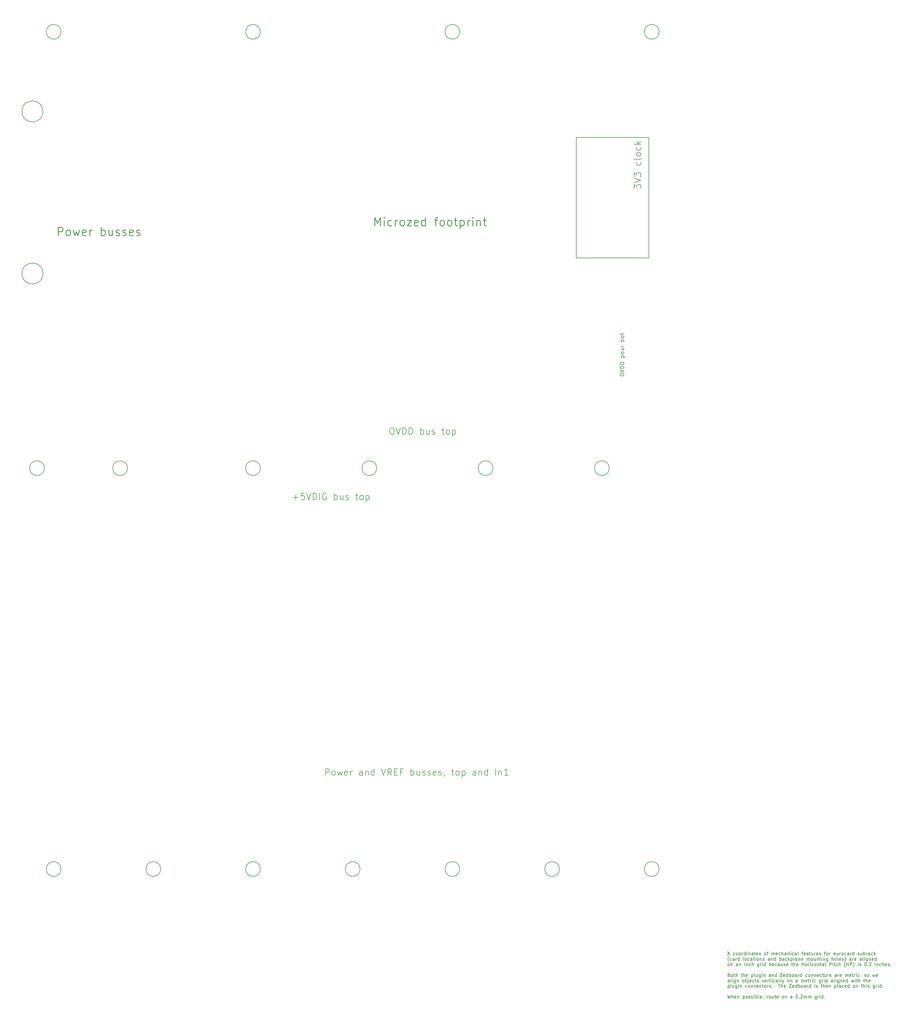
<source format=gbr>
G04 #@! TF.GenerationSoftware,KiCad,Pcbnew,(5.1.5)-3*
G04 #@! TF.CreationDate,2020-07-24T16:39:48-04:00*
G04 #@! TF.ProjectId,main_board,6d61696e-5f62-46f6-9172-642e6b696361,rev?*
G04 #@! TF.SameCoordinates,Original*
G04 #@! TF.FileFunction,Other,Comment*
%FSLAX46Y46*%
G04 Gerber Fmt 4.6, Leading zero omitted, Abs format (unit mm)*
G04 Created by KiCad (PCBNEW (5.1.5)-3) date 2020-07-24 16:39:48*
%MOMM*%
%LPD*%
G04 APERTURE LIST*
%ADD10C,0.150000*%
%ADD11C,0.254000*%
G04 APERTURE END LIST*
D10*
X216342857Y-135771428D02*
X216342857Y-135542857D01*
X216400000Y-135428571D01*
X216514285Y-135314285D01*
X216742857Y-135257142D01*
X217142857Y-135257142D01*
X217371428Y-135314285D01*
X217485714Y-135428571D01*
X217542857Y-135542857D01*
X217542857Y-135771428D01*
X217485714Y-135885714D01*
X217371428Y-136000000D01*
X217142857Y-136057142D01*
X216742857Y-136057142D01*
X216514285Y-136000000D01*
X216400000Y-135885714D01*
X216342857Y-135771428D01*
X216342857Y-134914285D02*
X217542857Y-134514285D01*
X216342857Y-134114285D01*
X217542857Y-133714285D02*
X216342857Y-133714285D01*
X216342857Y-133428571D01*
X216400000Y-133257142D01*
X216514285Y-133142857D01*
X216628571Y-133085714D01*
X216857142Y-133028571D01*
X217028571Y-133028571D01*
X217257142Y-133085714D01*
X217371428Y-133142857D01*
X217485714Y-133257142D01*
X217542857Y-133428571D01*
X217542857Y-133714285D01*
X217542857Y-132514285D02*
X216342857Y-132514285D01*
X216342857Y-132228571D01*
X216400000Y-132057142D01*
X216514285Y-131942857D01*
X216628571Y-131885714D01*
X216857142Y-131828571D01*
X217028571Y-131828571D01*
X217257142Y-131885714D01*
X217371428Y-131942857D01*
X217485714Y-132057142D01*
X217542857Y-132228571D01*
X217542857Y-132514285D01*
X216742857Y-130400000D02*
X217942857Y-130400000D01*
X216800000Y-130400000D02*
X216742857Y-130285714D01*
X216742857Y-130057142D01*
X216800000Y-129942857D01*
X216857142Y-129885714D01*
X216971428Y-129828571D01*
X217314285Y-129828571D01*
X217428571Y-129885714D01*
X217485714Y-129942857D01*
X217542857Y-130057142D01*
X217542857Y-130285714D01*
X217485714Y-130400000D01*
X217542857Y-129142857D02*
X217485714Y-129257142D01*
X217428571Y-129314285D01*
X217314285Y-129371428D01*
X216971428Y-129371428D01*
X216857142Y-129314285D01*
X216800000Y-129257142D01*
X216742857Y-129142857D01*
X216742857Y-128971428D01*
X216800000Y-128857142D01*
X216857142Y-128800000D01*
X216971428Y-128742857D01*
X217314285Y-128742857D01*
X217428571Y-128800000D01*
X217485714Y-128857142D01*
X217542857Y-128971428D01*
X217542857Y-129142857D01*
X216742857Y-127714285D02*
X217542857Y-127714285D01*
X216742857Y-128228571D02*
X217371428Y-128228571D01*
X217485714Y-128171428D01*
X217542857Y-128057142D01*
X217542857Y-127885714D01*
X217485714Y-127771428D01*
X217428571Y-127714285D01*
X217542857Y-127142857D02*
X216742857Y-127142857D01*
X216971428Y-127142857D02*
X216857142Y-127085714D01*
X216800000Y-127028571D01*
X216742857Y-126914285D01*
X216742857Y-126800000D01*
X217542857Y-125485714D02*
X216342857Y-125485714D01*
X216800000Y-125485714D02*
X216742857Y-125371428D01*
X216742857Y-125142857D01*
X216800000Y-125028571D01*
X216857142Y-124971428D01*
X216971428Y-124914285D01*
X217314285Y-124914285D01*
X217428571Y-124971428D01*
X217485714Y-125028571D01*
X217542857Y-125142857D01*
X217542857Y-125371428D01*
X217485714Y-125485714D01*
X217542857Y-124228571D02*
X217485714Y-124342857D01*
X217428571Y-124400000D01*
X217314285Y-124457142D01*
X216971428Y-124457142D01*
X216857142Y-124400000D01*
X216800000Y-124342857D01*
X216742857Y-124228571D01*
X216742857Y-124057142D01*
X216800000Y-123942857D01*
X216857142Y-123885714D01*
X216971428Y-123828571D01*
X217314285Y-123828571D01*
X217428571Y-123885714D01*
X217485714Y-123942857D01*
X217542857Y-124057142D01*
X217542857Y-124228571D01*
X216742857Y-123485714D02*
X216742857Y-123028571D01*
X216342857Y-123314285D02*
X217371428Y-123314285D01*
X217485714Y-123257142D01*
X217542857Y-123142857D01*
X217542857Y-123028571D01*
X126342857Y-258104761D02*
X126342857Y-256104761D01*
X127104761Y-256104761D01*
X127295238Y-256200000D01*
X127390476Y-256295238D01*
X127485714Y-256485714D01*
X127485714Y-256771428D01*
X127390476Y-256961904D01*
X127295238Y-257057142D01*
X127104761Y-257152380D01*
X126342857Y-257152380D01*
X128628571Y-258104761D02*
X128438095Y-258009523D01*
X128342857Y-257914285D01*
X128247619Y-257723809D01*
X128247619Y-257152380D01*
X128342857Y-256961904D01*
X128438095Y-256866666D01*
X128628571Y-256771428D01*
X128914285Y-256771428D01*
X129104761Y-256866666D01*
X129199999Y-256961904D01*
X129295238Y-257152380D01*
X129295238Y-257723809D01*
X129199999Y-257914285D01*
X129104761Y-258009523D01*
X128914285Y-258104761D01*
X128628571Y-258104761D01*
X129961904Y-256771428D02*
X130342857Y-258104761D01*
X130723809Y-257152380D01*
X131104761Y-258104761D01*
X131485714Y-256771428D01*
X133009523Y-258009523D02*
X132819047Y-258104761D01*
X132438095Y-258104761D01*
X132247619Y-258009523D01*
X132152380Y-257819047D01*
X132152380Y-257057142D01*
X132247619Y-256866666D01*
X132438095Y-256771428D01*
X132819047Y-256771428D01*
X133009523Y-256866666D01*
X133104761Y-257057142D01*
X133104761Y-257247619D01*
X132152380Y-257438095D01*
X133961904Y-258104761D02*
X133961904Y-256771428D01*
X133961904Y-257152380D02*
X134057142Y-256961904D01*
X134152380Y-256866666D01*
X134342857Y-256771428D01*
X134533333Y-256771428D01*
X137580952Y-258104761D02*
X137580952Y-257057142D01*
X137485714Y-256866666D01*
X137295238Y-256771428D01*
X136914285Y-256771428D01*
X136723809Y-256866666D01*
X137580952Y-258009523D02*
X137390476Y-258104761D01*
X136914285Y-258104761D01*
X136723809Y-258009523D01*
X136628571Y-257819047D01*
X136628571Y-257628571D01*
X136723809Y-257438095D01*
X136914285Y-257342857D01*
X137390476Y-257342857D01*
X137580952Y-257247619D01*
X138533333Y-256771428D02*
X138533333Y-258104761D01*
X138533333Y-256961904D02*
X138628571Y-256866666D01*
X138819047Y-256771428D01*
X139104761Y-256771428D01*
X139295238Y-256866666D01*
X139390476Y-257057142D01*
X139390476Y-258104761D01*
X141200000Y-258104761D02*
X141200000Y-256104761D01*
X141200000Y-258009523D02*
X141009523Y-258104761D01*
X140628571Y-258104761D01*
X140438095Y-258009523D01*
X140342857Y-257914285D01*
X140247619Y-257723809D01*
X140247619Y-257152380D01*
X140342857Y-256961904D01*
X140438095Y-256866666D01*
X140628571Y-256771428D01*
X141009523Y-256771428D01*
X141200000Y-256866666D01*
X143390476Y-256104761D02*
X144057142Y-258104761D01*
X144723809Y-256104761D01*
X146533333Y-258104761D02*
X145866666Y-257152380D01*
X145390476Y-258104761D02*
X145390476Y-256104761D01*
X146152380Y-256104761D01*
X146342857Y-256200000D01*
X146438095Y-256295238D01*
X146533333Y-256485714D01*
X146533333Y-256771428D01*
X146438095Y-256961904D01*
X146342857Y-257057142D01*
X146152380Y-257152380D01*
X145390476Y-257152380D01*
X147390476Y-257057142D02*
X148057142Y-257057142D01*
X148342857Y-258104761D02*
X147390476Y-258104761D01*
X147390476Y-256104761D01*
X148342857Y-256104761D01*
X149866666Y-257057142D02*
X149200000Y-257057142D01*
X149200000Y-258104761D02*
X149200000Y-256104761D01*
X150152380Y-256104761D01*
X152438095Y-258104761D02*
X152438095Y-256104761D01*
X152438095Y-256866666D02*
X152628571Y-256771428D01*
X153009523Y-256771428D01*
X153200000Y-256866666D01*
X153295238Y-256961904D01*
X153390476Y-257152380D01*
X153390476Y-257723809D01*
X153295238Y-257914285D01*
X153200000Y-258009523D01*
X153009523Y-258104761D01*
X152628571Y-258104761D01*
X152438095Y-258009523D01*
X155104761Y-256771428D02*
X155104761Y-258104761D01*
X154247619Y-256771428D02*
X154247619Y-257819047D01*
X154342857Y-258009523D01*
X154533333Y-258104761D01*
X154819047Y-258104761D01*
X155009523Y-258009523D01*
X155104761Y-257914285D01*
X155961904Y-258009523D02*
X156152380Y-258104761D01*
X156533333Y-258104761D01*
X156723809Y-258009523D01*
X156819047Y-257819047D01*
X156819047Y-257723809D01*
X156723809Y-257533333D01*
X156533333Y-257438095D01*
X156247619Y-257438095D01*
X156057142Y-257342857D01*
X155961904Y-257152380D01*
X155961904Y-257057142D01*
X156057142Y-256866666D01*
X156247619Y-256771428D01*
X156533333Y-256771428D01*
X156723809Y-256866666D01*
X157580952Y-258009523D02*
X157771428Y-258104761D01*
X158152380Y-258104761D01*
X158342857Y-258009523D01*
X158438095Y-257819047D01*
X158438095Y-257723809D01*
X158342857Y-257533333D01*
X158152380Y-257438095D01*
X157866666Y-257438095D01*
X157676190Y-257342857D01*
X157580952Y-257152380D01*
X157580952Y-257057142D01*
X157676190Y-256866666D01*
X157866666Y-256771428D01*
X158152380Y-256771428D01*
X158342857Y-256866666D01*
X160057142Y-258009523D02*
X159866666Y-258104761D01*
X159485714Y-258104761D01*
X159295238Y-258009523D01*
X159200000Y-257819047D01*
X159200000Y-257057142D01*
X159295238Y-256866666D01*
X159485714Y-256771428D01*
X159866666Y-256771428D01*
X160057142Y-256866666D01*
X160152380Y-257057142D01*
X160152380Y-257247619D01*
X159200000Y-257438095D01*
X160914285Y-258009523D02*
X161104761Y-258104761D01*
X161485714Y-258104761D01*
X161676190Y-258009523D01*
X161771428Y-257819047D01*
X161771428Y-257723809D01*
X161676190Y-257533333D01*
X161485714Y-257438095D01*
X161200000Y-257438095D01*
X161009523Y-257342857D01*
X160914285Y-257152380D01*
X160914285Y-257057142D01*
X161009523Y-256866666D01*
X161200000Y-256771428D01*
X161485714Y-256771428D01*
X161676190Y-256866666D01*
X162723809Y-258009523D02*
X162723809Y-258104761D01*
X162628571Y-258295238D01*
X162533333Y-258390476D01*
X164819047Y-256771428D02*
X165580952Y-256771428D01*
X165104761Y-256104761D02*
X165104761Y-257819047D01*
X165200000Y-258009523D01*
X165390476Y-258104761D01*
X165580952Y-258104761D01*
X166533333Y-258104761D02*
X166342857Y-258009523D01*
X166247619Y-257914285D01*
X166152380Y-257723809D01*
X166152380Y-257152380D01*
X166247619Y-256961904D01*
X166342857Y-256866666D01*
X166533333Y-256771428D01*
X166819047Y-256771428D01*
X167009523Y-256866666D01*
X167104761Y-256961904D01*
X167200000Y-257152380D01*
X167200000Y-257723809D01*
X167104761Y-257914285D01*
X167009523Y-258009523D01*
X166819047Y-258104761D01*
X166533333Y-258104761D01*
X168057142Y-256771428D02*
X168057142Y-258771428D01*
X168057142Y-256866666D02*
X168247619Y-256771428D01*
X168628571Y-256771428D01*
X168819047Y-256866666D01*
X168914285Y-256961904D01*
X169009523Y-257152380D01*
X169009523Y-257723809D01*
X168914285Y-257914285D01*
X168819047Y-258009523D01*
X168628571Y-258104761D01*
X168247619Y-258104761D01*
X168057142Y-258009523D01*
X172247619Y-258104761D02*
X172247619Y-257057142D01*
X172152380Y-256866666D01*
X171961904Y-256771428D01*
X171580952Y-256771428D01*
X171390476Y-256866666D01*
X172247619Y-258009523D02*
X172057142Y-258104761D01*
X171580952Y-258104761D01*
X171390476Y-258009523D01*
X171295238Y-257819047D01*
X171295238Y-257628571D01*
X171390476Y-257438095D01*
X171580952Y-257342857D01*
X172057142Y-257342857D01*
X172247619Y-257247619D01*
X173199999Y-256771428D02*
X173199999Y-258104761D01*
X173199999Y-256961904D02*
X173295238Y-256866666D01*
X173485714Y-256771428D01*
X173771428Y-256771428D01*
X173961904Y-256866666D01*
X174057142Y-257057142D01*
X174057142Y-258104761D01*
X175866666Y-258104761D02*
X175866666Y-256104761D01*
X175866666Y-258009523D02*
X175676190Y-258104761D01*
X175295238Y-258104761D01*
X175104761Y-258009523D01*
X175009523Y-257914285D01*
X174914285Y-257723809D01*
X174914285Y-257152380D01*
X175009523Y-256961904D01*
X175104761Y-256866666D01*
X175295238Y-256771428D01*
X175676190Y-256771428D01*
X175866666Y-256866666D01*
X178342857Y-258104761D02*
X178342857Y-256104761D01*
X179295238Y-256771428D02*
X179295238Y-258104761D01*
X179295238Y-256961904D02*
X179390476Y-256866666D01*
X179580952Y-256771428D01*
X179866666Y-256771428D01*
X180057142Y-256866666D01*
X180152380Y-257057142D01*
X180152380Y-258104761D01*
X182152380Y-258104761D02*
X181009523Y-258104761D01*
X181580952Y-258104761D02*
X181580952Y-256104761D01*
X181390476Y-256390476D01*
X181199999Y-256580952D01*
X181009523Y-256676190D01*
D11*
X44541904Y-93149047D02*
X44541904Y-90609047D01*
X45509523Y-90609047D01*
X45751428Y-90730000D01*
X45872380Y-90850952D01*
X45993333Y-91092857D01*
X45993333Y-91455714D01*
X45872380Y-91697619D01*
X45751428Y-91818571D01*
X45509523Y-91939523D01*
X44541904Y-91939523D01*
X47444761Y-93149047D02*
X47202857Y-93028095D01*
X47081904Y-92907142D01*
X46960952Y-92665238D01*
X46960952Y-91939523D01*
X47081904Y-91697619D01*
X47202857Y-91576666D01*
X47444761Y-91455714D01*
X47807619Y-91455714D01*
X48049523Y-91576666D01*
X48170476Y-91697619D01*
X48291428Y-91939523D01*
X48291428Y-92665238D01*
X48170476Y-92907142D01*
X48049523Y-93028095D01*
X47807619Y-93149047D01*
X47444761Y-93149047D01*
X49138095Y-91455714D02*
X49621904Y-93149047D01*
X50105714Y-91939523D01*
X50589523Y-93149047D01*
X51073333Y-91455714D01*
X53008571Y-93028095D02*
X52766666Y-93149047D01*
X52282857Y-93149047D01*
X52040952Y-93028095D01*
X51920000Y-92786190D01*
X51920000Y-91818571D01*
X52040952Y-91576666D01*
X52282857Y-91455714D01*
X52766666Y-91455714D01*
X53008571Y-91576666D01*
X53129523Y-91818571D01*
X53129523Y-92060476D01*
X51920000Y-92302380D01*
X54218095Y-93149047D02*
X54218095Y-91455714D01*
X54218095Y-91939523D02*
X54339047Y-91697619D01*
X54460000Y-91576666D01*
X54701904Y-91455714D01*
X54943809Y-91455714D01*
X57725714Y-93149047D02*
X57725714Y-90609047D01*
X57725714Y-91576666D02*
X57967619Y-91455714D01*
X58451428Y-91455714D01*
X58693333Y-91576666D01*
X58814285Y-91697619D01*
X58935238Y-91939523D01*
X58935238Y-92665238D01*
X58814285Y-92907142D01*
X58693333Y-93028095D01*
X58451428Y-93149047D01*
X57967619Y-93149047D01*
X57725714Y-93028095D01*
X61112380Y-91455714D02*
X61112380Y-93149047D01*
X60023809Y-91455714D02*
X60023809Y-92786190D01*
X60144761Y-93028095D01*
X60386666Y-93149047D01*
X60749523Y-93149047D01*
X60991428Y-93028095D01*
X61112380Y-92907142D01*
X62200952Y-93028095D02*
X62442857Y-93149047D01*
X62926666Y-93149047D01*
X63168571Y-93028095D01*
X63289523Y-92786190D01*
X63289523Y-92665238D01*
X63168571Y-92423333D01*
X62926666Y-92302380D01*
X62563809Y-92302380D01*
X62321904Y-92181428D01*
X62200952Y-91939523D01*
X62200952Y-91818571D01*
X62321904Y-91576666D01*
X62563809Y-91455714D01*
X62926666Y-91455714D01*
X63168571Y-91576666D01*
X64257142Y-93028095D02*
X64499047Y-93149047D01*
X64982857Y-93149047D01*
X65224761Y-93028095D01*
X65345714Y-92786190D01*
X65345714Y-92665238D01*
X65224761Y-92423333D01*
X64982857Y-92302380D01*
X64620000Y-92302380D01*
X64378095Y-92181428D01*
X64257142Y-91939523D01*
X64257142Y-91818571D01*
X64378095Y-91576666D01*
X64620000Y-91455714D01*
X64982857Y-91455714D01*
X65224761Y-91576666D01*
X67401904Y-93028095D02*
X67160000Y-93149047D01*
X66676190Y-93149047D01*
X66434285Y-93028095D01*
X66313333Y-92786190D01*
X66313333Y-91818571D01*
X66434285Y-91576666D01*
X66676190Y-91455714D01*
X67160000Y-91455714D01*
X67401904Y-91576666D01*
X67522857Y-91818571D01*
X67522857Y-92060476D01*
X66313333Y-92302380D01*
X68490476Y-93028095D02*
X68732380Y-93149047D01*
X69216190Y-93149047D01*
X69458095Y-93028095D01*
X69579047Y-92786190D01*
X69579047Y-92665238D01*
X69458095Y-92423333D01*
X69216190Y-92302380D01*
X68853333Y-92302380D01*
X68611428Y-92181428D01*
X68490476Y-91939523D01*
X68490476Y-91818571D01*
X68611428Y-91576666D01*
X68853333Y-91455714D01*
X69216190Y-91455714D01*
X69458095Y-91576666D01*
D10*
X116428571Y-173142857D02*
X117952380Y-173142857D01*
X117190476Y-173904761D02*
X117190476Y-172380952D01*
X119857142Y-171904761D02*
X118904761Y-171904761D01*
X118809523Y-172857142D01*
X118904761Y-172761904D01*
X119095238Y-172666666D01*
X119571428Y-172666666D01*
X119761904Y-172761904D01*
X119857142Y-172857142D01*
X119952380Y-173047619D01*
X119952380Y-173523809D01*
X119857142Y-173714285D01*
X119761904Y-173809523D01*
X119571428Y-173904761D01*
X119095238Y-173904761D01*
X118904761Y-173809523D01*
X118809523Y-173714285D01*
X120523809Y-171904761D02*
X121190476Y-173904761D01*
X121857142Y-171904761D01*
X122523809Y-173904761D02*
X122523809Y-171904761D01*
X123000000Y-171904761D01*
X123285714Y-172000000D01*
X123476190Y-172190476D01*
X123571428Y-172380952D01*
X123666666Y-172761904D01*
X123666666Y-173047619D01*
X123571428Y-173428571D01*
X123476190Y-173619047D01*
X123285714Y-173809523D01*
X123000000Y-173904761D01*
X122523809Y-173904761D01*
X124523809Y-173904761D02*
X124523809Y-171904761D01*
X126523809Y-172000000D02*
X126333333Y-171904761D01*
X126047619Y-171904761D01*
X125761904Y-172000000D01*
X125571428Y-172190476D01*
X125476190Y-172380952D01*
X125380952Y-172761904D01*
X125380952Y-173047619D01*
X125476190Y-173428571D01*
X125571428Y-173619047D01*
X125761904Y-173809523D01*
X126047619Y-173904761D01*
X126238095Y-173904761D01*
X126523809Y-173809523D01*
X126619047Y-173714285D01*
X126619047Y-173047619D01*
X126238095Y-173047619D01*
X129000000Y-173904761D02*
X129000000Y-171904761D01*
X129000000Y-172666666D02*
X129190476Y-172571428D01*
X129571428Y-172571428D01*
X129761904Y-172666666D01*
X129857142Y-172761904D01*
X129952380Y-172952380D01*
X129952380Y-173523809D01*
X129857142Y-173714285D01*
X129761904Y-173809523D01*
X129571428Y-173904761D01*
X129190476Y-173904761D01*
X129000000Y-173809523D01*
X131666666Y-172571428D02*
X131666666Y-173904761D01*
X130809523Y-172571428D02*
X130809523Y-173619047D01*
X130904761Y-173809523D01*
X131095238Y-173904761D01*
X131380952Y-173904761D01*
X131571428Y-173809523D01*
X131666666Y-173714285D01*
X132523809Y-173809523D02*
X132714285Y-173904761D01*
X133095238Y-173904761D01*
X133285714Y-173809523D01*
X133380952Y-173619047D01*
X133380952Y-173523809D01*
X133285714Y-173333333D01*
X133095238Y-173238095D01*
X132809523Y-173238095D01*
X132619047Y-173142857D01*
X132523809Y-172952380D01*
X132523809Y-172857142D01*
X132619047Y-172666666D01*
X132809523Y-172571428D01*
X133095238Y-172571428D01*
X133285714Y-172666666D01*
X135476190Y-172571428D02*
X136238095Y-172571428D01*
X135761904Y-171904761D02*
X135761904Y-173619047D01*
X135857142Y-173809523D01*
X136047619Y-173904761D01*
X136238095Y-173904761D01*
X137190476Y-173904761D02*
X137000000Y-173809523D01*
X136904761Y-173714285D01*
X136809523Y-173523809D01*
X136809523Y-172952380D01*
X136904761Y-172761904D01*
X137000000Y-172666666D01*
X137190476Y-172571428D01*
X137476190Y-172571428D01*
X137666666Y-172666666D01*
X137761904Y-172761904D01*
X137857142Y-172952380D01*
X137857142Y-173523809D01*
X137761904Y-173714285D01*
X137666666Y-173809523D01*
X137476190Y-173904761D01*
X137190476Y-173904761D01*
X138714285Y-172571428D02*
X138714285Y-174571428D01*
X138714285Y-172666666D02*
X138904761Y-172571428D01*
X139285714Y-172571428D01*
X139476190Y-172666666D01*
X139571428Y-172761904D01*
X139666666Y-172952380D01*
X139666666Y-173523809D01*
X139571428Y-173714285D01*
X139476190Y-173809523D01*
X139285714Y-173904761D01*
X138904761Y-173904761D01*
X138714285Y-173809523D01*
X220704761Y-78790476D02*
X220704761Y-77552380D01*
X221466666Y-78219047D01*
X221466666Y-77933333D01*
X221561904Y-77742857D01*
X221657142Y-77647619D01*
X221847619Y-77552380D01*
X222323809Y-77552380D01*
X222514285Y-77647619D01*
X222609523Y-77742857D01*
X222704761Y-77933333D01*
X222704761Y-78504761D01*
X222609523Y-78695238D01*
X222514285Y-78790476D01*
X220704761Y-76980952D02*
X222704761Y-76314285D01*
X220704761Y-75647619D01*
X220704761Y-75171428D02*
X220704761Y-73933333D01*
X221466666Y-74600000D01*
X221466666Y-74314285D01*
X221561904Y-74123809D01*
X221657142Y-74028571D01*
X221847619Y-73933333D01*
X222323809Y-73933333D01*
X222514285Y-74028571D01*
X222609523Y-74123809D01*
X222704761Y-74314285D01*
X222704761Y-74885714D01*
X222609523Y-75076190D01*
X222514285Y-75171428D01*
X222609523Y-70695238D02*
X222704761Y-70885714D01*
X222704761Y-71266666D01*
X222609523Y-71457142D01*
X222514285Y-71552380D01*
X222323809Y-71647619D01*
X221752380Y-71647619D01*
X221561904Y-71552380D01*
X221466666Y-71457142D01*
X221371428Y-71266666D01*
X221371428Y-70885714D01*
X221466666Y-70695238D01*
X222704761Y-69552380D02*
X222609523Y-69742857D01*
X222419047Y-69838095D01*
X220704761Y-69838095D01*
X222704761Y-68504761D02*
X222609523Y-68695238D01*
X222514285Y-68790476D01*
X222323809Y-68885714D01*
X221752380Y-68885714D01*
X221561904Y-68790476D01*
X221466666Y-68695238D01*
X221371428Y-68504761D01*
X221371428Y-68219047D01*
X221466666Y-68028571D01*
X221561904Y-67933333D01*
X221752380Y-67838095D01*
X222323809Y-67838095D01*
X222514285Y-67933333D01*
X222609523Y-68028571D01*
X222704761Y-68219047D01*
X222704761Y-68504761D01*
X222609523Y-66123809D02*
X222704761Y-66314285D01*
X222704761Y-66695238D01*
X222609523Y-66885714D01*
X222514285Y-66980952D01*
X222323809Y-67076190D01*
X221752380Y-67076190D01*
X221561904Y-66980952D01*
X221466666Y-66885714D01*
X221371428Y-66695238D01*
X221371428Y-66314285D01*
X221466666Y-66123809D01*
X222704761Y-65266666D02*
X220704761Y-65266666D01*
X221942857Y-65076190D02*
X222704761Y-64504761D01*
X221371428Y-64504761D02*
X222133333Y-65266666D01*
X225200000Y-63200000D02*
X203000000Y-63200000D01*
X225200000Y-100000000D02*
X225200000Y-63200000D01*
X203000000Y-100000000D02*
X225200000Y-100000000D01*
X203000000Y-63200000D02*
X203000000Y-100000000D01*
X146428571Y-151904761D02*
X146809523Y-151904761D01*
X147000000Y-152000000D01*
X147190476Y-152190476D01*
X147285714Y-152571428D01*
X147285714Y-153238095D01*
X147190476Y-153619047D01*
X147000000Y-153809523D01*
X146809523Y-153904761D01*
X146428571Y-153904761D01*
X146238095Y-153809523D01*
X146047619Y-153619047D01*
X145952380Y-153238095D01*
X145952380Y-152571428D01*
X146047619Y-152190476D01*
X146238095Y-152000000D01*
X146428571Y-151904761D01*
X147857142Y-151904761D02*
X148523809Y-153904761D01*
X149190476Y-151904761D01*
X149857142Y-153904761D02*
X149857142Y-151904761D01*
X150333333Y-151904761D01*
X150619047Y-152000000D01*
X150809523Y-152190476D01*
X150904761Y-152380952D01*
X151000000Y-152761904D01*
X151000000Y-153047619D01*
X150904761Y-153428571D01*
X150809523Y-153619047D01*
X150619047Y-153809523D01*
X150333333Y-153904761D01*
X149857142Y-153904761D01*
X151857142Y-153904761D02*
X151857142Y-151904761D01*
X152333333Y-151904761D01*
X152619047Y-152000000D01*
X152809523Y-152190476D01*
X152904761Y-152380952D01*
X153000000Y-152761904D01*
X153000000Y-153047619D01*
X152904761Y-153428571D01*
X152809523Y-153619047D01*
X152619047Y-153809523D01*
X152333333Y-153904761D01*
X151857142Y-153904761D01*
X155380952Y-153904761D02*
X155380952Y-151904761D01*
X155380952Y-152666666D02*
X155571428Y-152571428D01*
X155952380Y-152571428D01*
X156142857Y-152666666D01*
X156238095Y-152761904D01*
X156333333Y-152952380D01*
X156333333Y-153523809D01*
X156238095Y-153714285D01*
X156142857Y-153809523D01*
X155952380Y-153904761D01*
X155571428Y-153904761D01*
X155380952Y-153809523D01*
X158047619Y-152571428D02*
X158047619Y-153904761D01*
X157190476Y-152571428D02*
X157190476Y-153619047D01*
X157285714Y-153809523D01*
X157476190Y-153904761D01*
X157761904Y-153904761D01*
X157952380Y-153809523D01*
X158047619Y-153714285D01*
X158904761Y-153809523D02*
X159095238Y-153904761D01*
X159476190Y-153904761D01*
X159666666Y-153809523D01*
X159761904Y-153619047D01*
X159761904Y-153523809D01*
X159666666Y-153333333D01*
X159476190Y-153238095D01*
X159190476Y-153238095D01*
X159000000Y-153142857D01*
X158904761Y-152952380D01*
X158904761Y-152857142D01*
X159000000Y-152666666D01*
X159190476Y-152571428D01*
X159476190Y-152571428D01*
X159666666Y-152666666D01*
X161857142Y-152571428D02*
X162619047Y-152571428D01*
X162142857Y-151904761D02*
X162142857Y-153619047D01*
X162238095Y-153809523D01*
X162428571Y-153904761D01*
X162619047Y-153904761D01*
X163571428Y-153904761D02*
X163380952Y-153809523D01*
X163285714Y-153714285D01*
X163190476Y-153523809D01*
X163190476Y-152952380D01*
X163285714Y-152761904D01*
X163380952Y-152666666D01*
X163571428Y-152571428D01*
X163857142Y-152571428D01*
X164047619Y-152666666D01*
X164142857Y-152761904D01*
X164238095Y-152952380D01*
X164238095Y-153523809D01*
X164142857Y-153714285D01*
X164047619Y-153809523D01*
X163857142Y-153904761D01*
X163571428Y-153904761D01*
X165095238Y-152571428D02*
X165095238Y-154571428D01*
X165095238Y-152666666D02*
X165285714Y-152571428D01*
X165666666Y-152571428D01*
X165857142Y-152666666D01*
X165952380Y-152761904D01*
X166047619Y-152952380D01*
X166047619Y-153523809D01*
X165952380Y-153714285D01*
X165857142Y-153809523D01*
X165666666Y-153904761D01*
X165285714Y-153904761D01*
X165095238Y-153809523D01*
X249240357Y-312052380D02*
X249907023Y-313052380D01*
X249907023Y-312052380D02*
X249240357Y-313052380D01*
X251478452Y-313004761D02*
X251383214Y-313052380D01*
X251192738Y-313052380D01*
X251097500Y-313004761D01*
X251049880Y-312957142D01*
X251002261Y-312861904D01*
X251002261Y-312576190D01*
X251049880Y-312480952D01*
X251097500Y-312433333D01*
X251192738Y-312385714D01*
X251383214Y-312385714D01*
X251478452Y-312433333D01*
X252049880Y-313052380D02*
X251954642Y-313004761D01*
X251907023Y-312957142D01*
X251859404Y-312861904D01*
X251859404Y-312576190D01*
X251907023Y-312480952D01*
X251954642Y-312433333D01*
X252049880Y-312385714D01*
X252192738Y-312385714D01*
X252287976Y-312433333D01*
X252335595Y-312480952D01*
X252383214Y-312576190D01*
X252383214Y-312861904D01*
X252335595Y-312957142D01*
X252287976Y-313004761D01*
X252192738Y-313052380D01*
X252049880Y-313052380D01*
X252954642Y-313052380D02*
X252859404Y-313004761D01*
X252811785Y-312957142D01*
X252764166Y-312861904D01*
X252764166Y-312576190D01*
X252811785Y-312480952D01*
X252859404Y-312433333D01*
X252954642Y-312385714D01*
X253097500Y-312385714D01*
X253192738Y-312433333D01*
X253240357Y-312480952D01*
X253287976Y-312576190D01*
X253287976Y-312861904D01*
X253240357Y-312957142D01*
X253192738Y-313004761D01*
X253097500Y-313052380D01*
X252954642Y-313052380D01*
X253716547Y-313052380D02*
X253716547Y-312385714D01*
X253716547Y-312576190D02*
X253764166Y-312480952D01*
X253811785Y-312433333D01*
X253907023Y-312385714D01*
X254002261Y-312385714D01*
X254764166Y-313052380D02*
X254764166Y-312052380D01*
X254764166Y-313004761D02*
X254668928Y-313052380D01*
X254478452Y-313052380D01*
X254383214Y-313004761D01*
X254335595Y-312957142D01*
X254287976Y-312861904D01*
X254287976Y-312576190D01*
X254335595Y-312480952D01*
X254383214Y-312433333D01*
X254478452Y-312385714D01*
X254668928Y-312385714D01*
X254764166Y-312433333D01*
X255240357Y-313052380D02*
X255240357Y-312385714D01*
X255240357Y-312052380D02*
X255192738Y-312100000D01*
X255240357Y-312147619D01*
X255287976Y-312100000D01*
X255240357Y-312052380D01*
X255240357Y-312147619D01*
X255716547Y-312385714D02*
X255716547Y-313052380D01*
X255716547Y-312480952D02*
X255764166Y-312433333D01*
X255859404Y-312385714D01*
X256002261Y-312385714D01*
X256097500Y-312433333D01*
X256145119Y-312528571D01*
X256145119Y-313052380D01*
X257049880Y-313052380D02*
X257049880Y-312528571D01*
X257002261Y-312433333D01*
X256907023Y-312385714D01*
X256716547Y-312385714D01*
X256621309Y-312433333D01*
X257049880Y-313004761D02*
X256954642Y-313052380D01*
X256716547Y-313052380D01*
X256621309Y-313004761D01*
X256573690Y-312909523D01*
X256573690Y-312814285D01*
X256621309Y-312719047D01*
X256716547Y-312671428D01*
X256954642Y-312671428D01*
X257049880Y-312623809D01*
X257383214Y-312385714D02*
X257764166Y-312385714D01*
X257526071Y-312052380D02*
X257526071Y-312909523D01*
X257573690Y-313004761D01*
X257668928Y-313052380D01*
X257764166Y-313052380D01*
X258478452Y-313004761D02*
X258383214Y-313052380D01*
X258192738Y-313052380D01*
X258097500Y-313004761D01*
X258049880Y-312909523D01*
X258049880Y-312528571D01*
X258097500Y-312433333D01*
X258192738Y-312385714D01*
X258383214Y-312385714D01*
X258478452Y-312433333D01*
X258526071Y-312528571D01*
X258526071Y-312623809D01*
X258049880Y-312719047D01*
X258907023Y-313004761D02*
X259002261Y-313052380D01*
X259192738Y-313052380D01*
X259287976Y-313004761D01*
X259335595Y-312909523D01*
X259335595Y-312861904D01*
X259287976Y-312766666D01*
X259192738Y-312719047D01*
X259049880Y-312719047D01*
X258954642Y-312671428D01*
X258907023Y-312576190D01*
X258907023Y-312528571D01*
X258954642Y-312433333D01*
X259049880Y-312385714D01*
X259192738Y-312385714D01*
X259287976Y-312433333D01*
X260668928Y-313052380D02*
X260573690Y-313004761D01*
X260526071Y-312957142D01*
X260478452Y-312861904D01*
X260478452Y-312576190D01*
X260526071Y-312480952D01*
X260573690Y-312433333D01*
X260668928Y-312385714D01*
X260811785Y-312385714D01*
X260907023Y-312433333D01*
X260954642Y-312480952D01*
X261002261Y-312576190D01*
X261002261Y-312861904D01*
X260954642Y-312957142D01*
X260907023Y-313004761D01*
X260811785Y-313052380D01*
X260668928Y-313052380D01*
X261287976Y-312385714D02*
X261668928Y-312385714D01*
X261430833Y-313052380D02*
X261430833Y-312195238D01*
X261478452Y-312100000D01*
X261573690Y-312052380D01*
X261668928Y-312052380D01*
X262764166Y-313052380D02*
X262764166Y-312385714D01*
X262764166Y-312480952D02*
X262811785Y-312433333D01*
X262907023Y-312385714D01*
X263049880Y-312385714D01*
X263145119Y-312433333D01*
X263192738Y-312528571D01*
X263192738Y-313052380D01*
X263192738Y-312528571D02*
X263240357Y-312433333D01*
X263335595Y-312385714D01*
X263478452Y-312385714D01*
X263573690Y-312433333D01*
X263621309Y-312528571D01*
X263621309Y-313052380D01*
X264478452Y-313004761D02*
X264383214Y-313052380D01*
X264192738Y-313052380D01*
X264097500Y-313004761D01*
X264049880Y-312909523D01*
X264049880Y-312528571D01*
X264097500Y-312433333D01*
X264192738Y-312385714D01*
X264383214Y-312385714D01*
X264478452Y-312433333D01*
X264526071Y-312528571D01*
X264526071Y-312623809D01*
X264049880Y-312719047D01*
X265383214Y-313004761D02*
X265287976Y-313052380D01*
X265097500Y-313052380D01*
X265002261Y-313004761D01*
X264954642Y-312957142D01*
X264907023Y-312861904D01*
X264907023Y-312576190D01*
X264954642Y-312480952D01*
X265002261Y-312433333D01*
X265097500Y-312385714D01*
X265287976Y-312385714D01*
X265383214Y-312433333D01*
X265811785Y-313052380D02*
X265811785Y-312052380D01*
X266240357Y-313052380D02*
X266240357Y-312528571D01*
X266192738Y-312433333D01*
X266097500Y-312385714D01*
X265954642Y-312385714D01*
X265859404Y-312433333D01*
X265811785Y-312480952D01*
X267145119Y-313052380D02*
X267145119Y-312528571D01*
X267097500Y-312433333D01*
X267002261Y-312385714D01*
X266811785Y-312385714D01*
X266716547Y-312433333D01*
X267145119Y-313004761D02*
X267049880Y-313052380D01*
X266811785Y-313052380D01*
X266716547Y-313004761D01*
X266668928Y-312909523D01*
X266668928Y-312814285D01*
X266716547Y-312719047D01*
X266811785Y-312671428D01*
X267049880Y-312671428D01*
X267145119Y-312623809D01*
X267621309Y-312385714D02*
X267621309Y-313052380D01*
X267621309Y-312480952D02*
X267668928Y-312433333D01*
X267764166Y-312385714D01*
X267907023Y-312385714D01*
X268002261Y-312433333D01*
X268049880Y-312528571D01*
X268049880Y-313052380D01*
X268526071Y-313052380D02*
X268526071Y-312385714D01*
X268526071Y-312052380D02*
X268478452Y-312100000D01*
X268526071Y-312147619D01*
X268573690Y-312100000D01*
X268526071Y-312052380D01*
X268526071Y-312147619D01*
X269430833Y-313004761D02*
X269335595Y-313052380D01*
X269145119Y-313052380D01*
X269049880Y-313004761D01*
X269002261Y-312957142D01*
X268954642Y-312861904D01*
X268954642Y-312576190D01*
X269002261Y-312480952D01*
X269049880Y-312433333D01*
X269145119Y-312385714D01*
X269335595Y-312385714D01*
X269430833Y-312433333D01*
X270287976Y-313052380D02*
X270287976Y-312528571D01*
X270240357Y-312433333D01*
X270145119Y-312385714D01*
X269954642Y-312385714D01*
X269859404Y-312433333D01*
X270287976Y-313004761D02*
X270192738Y-313052380D01*
X269954642Y-313052380D01*
X269859404Y-313004761D01*
X269811785Y-312909523D01*
X269811785Y-312814285D01*
X269859404Y-312719047D01*
X269954642Y-312671428D01*
X270192738Y-312671428D01*
X270287976Y-312623809D01*
X270907023Y-313052380D02*
X270811785Y-313004761D01*
X270764166Y-312909523D01*
X270764166Y-312052380D01*
X271907023Y-312385714D02*
X272287976Y-312385714D01*
X272049880Y-313052380D02*
X272049880Y-312195238D01*
X272097500Y-312100000D01*
X272192738Y-312052380D01*
X272287976Y-312052380D01*
X273002261Y-313004761D02*
X272907023Y-313052380D01*
X272716547Y-313052380D01*
X272621309Y-313004761D01*
X272573690Y-312909523D01*
X272573690Y-312528571D01*
X272621309Y-312433333D01*
X272716547Y-312385714D01*
X272907023Y-312385714D01*
X273002261Y-312433333D01*
X273049880Y-312528571D01*
X273049880Y-312623809D01*
X272573690Y-312719047D01*
X273907023Y-313052380D02*
X273907023Y-312528571D01*
X273859404Y-312433333D01*
X273764166Y-312385714D01*
X273573690Y-312385714D01*
X273478452Y-312433333D01*
X273907023Y-313004761D02*
X273811785Y-313052380D01*
X273573690Y-313052380D01*
X273478452Y-313004761D01*
X273430833Y-312909523D01*
X273430833Y-312814285D01*
X273478452Y-312719047D01*
X273573690Y-312671428D01*
X273811785Y-312671428D01*
X273907023Y-312623809D01*
X274240357Y-312385714D02*
X274621309Y-312385714D01*
X274383214Y-312052380D02*
X274383214Y-312909523D01*
X274430833Y-313004761D01*
X274526071Y-313052380D01*
X274621309Y-313052380D01*
X275383214Y-312385714D02*
X275383214Y-313052380D01*
X274954642Y-312385714D02*
X274954642Y-312909523D01*
X275002261Y-313004761D01*
X275097500Y-313052380D01*
X275240357Y-313052380D01*
X275335595Y-313004761D01*
X275383214Y-312957142D01*
X275859404Y-313052380D02*
X275859404Y-312385714D01*
X275859404Y-312576190D02*
X275907023Y-312480952D01*
X275954642Y-312433333D01*
X276049880Y-312385714D01*
X276145119Y-312385714D01*
X276859404Y-313004761D02*
X276764166Y-313052380D01*
X276573690Y-313052380D01*
X276478452Y-313004761D01*
X276430833Y-312909523D01*
X276430833Y-312528571D01*
X276478452Y-312433333D01*
X276573690Y-312385714D01*
X276764166Y-312385714D01*
X276859404Y-312433333D01*
X276907023Y-312528571D01*
X276907023Y-312623809D01*
X276430833Y-312719047D01*
X277287976Y-313004761D02*
X277383214Y-313052380D01*
X277573690Y-313052380D01*
X277668928Y-313004761D01*
X277716547Y-312909523D01*
X277716547Y-312861904D01*
X277668928Y-312766666D01*
X277573690Y-312719047D01*
X277430833Y-312719047D01*
X277335595Y-312671428D01*
X277287976Y-312576190D01*
X277287976Y-312528571D01*
X277335595Y-312433333D01*
X277430833Y-312385714D01*
X277573690Y-312385714D01*
X277668928Y-312433333D01*
X278764166Y-312385714D02*
X279145119Y-312385714D01*
X278907023Y-313052380D02*
X278907023Y-312195238D01*
X278954642Y-312100000D01*
X279049880Y-312052380D01*
X279145119Y-312052380D01*
X279621309Y-313052380D02*
X279526071Y-313004761D01*
X279478452Y-312957142D01*
X279430833Y-312861904D01*
X279430833Y-312576190D01*
X279478452Y-312480952D01*
X279526071Y-312433333D01*
X279621309Y-312385714D01*
X279764166Y-312385714D01*
X279859404Y-312433333D01*
X279907023Y-312480952D01*
X279954642Y-312576190D01*
X279954642Y-312861904D01*
X279907023Y-312957142D01*
X279859404Y-313004761D01*
X279764166Y-313052380D01*
X279621309Y-313052380D01*
X280383214Y-313052380D02*
X280383214Y-312385714D01*
X280383214Y-312576190D02*
X280430833Y-312480952D01*
X280478452Y-312433333D01*
X280573690Y-312385714D01*
X280668928Y-312385714D01*
X282145119Y-313004761D02*
X282049880Y-313052380D01*
X281859404Y-313052380D01*
X281764166Y-313004761D01*
X281716547Y-312909523D01*
X281716547Y-312528571D01*
X281764166Y-312433333D01*
X281859404Y-312385714D01*
X282049880Y-312385714D01*
X282145119Y-312433333D01*
X282192738Y-312528571D01*
X282192738Y-312623809D01*
X281716547Y-312719047D01*
X283049880Y-312385714D02*
X283049880Y-313052380D01*
X282621309Y-312385714D02*
X282621309Y-312909523D01*
X282668928Y-313004761D01*
X282764166Y-313052380D01*
X282907023Y-313052380D01*
X283002261Y-313004761D01*
X283049880Y-312957142D01*
X283526071Y-313052380D02*
X283526071Y-312385714D01*
X283526071Y-312576190D02*
X283573690Y-312480952D01*
X283621309Y-312433333D01*
X283716547Y-312385714D01*
X283811785Y-312385714D01*
X284287976Y-313052380D02*
X284192738Y-313004761D01*
X284145119Y-312957142D01*
X284097500Y-312861904D01*
X284097500Y-312576190D01*
X284145119Y-312480952D01*
X284192738Y-312433333D01*
X284287976Y-312385714D01*
X284430833Y-312385714D01*
X284526071Y-312433333D01*
X284573690Y-312480952D01*
X284621309Y-312576190D01*
X284621309Y-312861904D01*
X284573690Y-312957142D01*
X284526071Y-313004761D01*
X284430833Y-313052380D01*
X284287976Y-313052380D01*
X285478452Y-313004761D02*
X285383214Y-313052380D01*
X285192738Y-313052380D01*
X285097500Y-313004761D01*
X285049880Y-312957142D01*
X285002261Y-312861904D01*
X285002261Y-312576190D01*
X285049880Y-312480952D01*
X285097500Y-312433333D01*
X285192738Y-312385714D01*
X285383214Y-312385714D01*
X285478452Y-312433333D01*
X286335595Y-313052380D02*
X286335595Y-312528571D01*
X286287976Y-312433333D01*
X286192738Y-312385714D01*
X286002261Y-312385714D01*
X285907023Y-312433333D01*
X286335595Y-313004761D02*
X286240357Y-313052380D01*
X286002261Y-313052380D01*
X285907023Y-313004761D01*
X285859404Y-312909523D01*
X285859404Y-312814285D01*
X285907023Y-312719047D01*
X286002261Y-312671428D01*
X286240357Y-312671428D01*
X286335595Y-312623809D01*
X286811785Y-313052380D02*
X286811785Y-312385714D01*
X286811785Y-312576190D02*
X286859404Y-312480952D01*
X286907023Y-312433333D01*
X287002261Y-312385714D01*
X287097500Y-312385714D01*
X287859404Y-313052380D02*
X287859404Y-312052380D01*
X287859404Y-313004761D02*
X287764166Y-313052380D01*
X287573690Y-313052380D01*
X287478452Y-313004761D01*
X287430833Y-312957142D01*
X287383214Y-312861904D01*
X287383214Y-312576190D01*
X287430833Y-312480952D01*
X287478452Y-312433333D01*
X287573690Y-312385714D01*
X287764166Y-312385714D01*
X287859404Y-312433333D01*
X289049880Y-313004761D02*
X289145119Y-313052380D01*
X289335595Y-313052380D01*
X289430833Y-313004761D01*
X289478452Y-312909523D01*
X289478452Y-312861904D01*
X289430833Y-312766666D01*
X289335595Y-312719047D01*
X289192738Y-312719047D01*
X289097500Y-312671428D01*
X289049880Y-312576190D01*
X289049880Y-312528571D01*
X289097500Y-312433333D01*
X289192738Y-312385714D01*
X289335595Y-312385714D01*
X289430833Y-312433333D01*
X290335595Y-312385714D02*
X290335595Y-313052380D01*
X289907023Y-312385714D02*
X289907023Y-312909523D01*
X289954642Y-313004761D01*
X290049880Y-313052380D01*
X290192738Y-313052380D01*
X290287976Y-313004761D01*
X290335595Y-312957142D01*
X290811785Y-313052380D02*
X290811785Y-312052380D01*
X290811785Y-312433333D02*
X290907023Y-312385714D01*
X291097500Y-312385714D01*
X291192738Y-312433333D01*
X291240357Y-312480952D01*
X291287976Y-312576190D01*
X291287976Y-312861904D01*
X291240357Y-312957142D01*
X291192738Y-313004761D01*
X291097500Y-313052380D01*
X290907023Y-313052380D01*
X290811785Y-313004761D01*
X291716547Y-313052380D02*
X291716547Y-312385714D01*
X291716547Y-312576190D02*
X291764166Y-312480952D01*
X291811785Y-312433333D01*
X291907023Y-312385714D01*
X292002261Y-312385714D01*
X292764166Y-313052380D02*
X292764166Y-312528571D01*
X292716547Y-312433333D01*
X292621309Y-312385714D01*
X292430833Y-312385714D01*
X292335595Y-312433333D01*
X292764166Y-313004761D02*
X292668928Y-313052380D01*
X292430833Y-313052380D01*
X292335595Y-313004761D01*
X292287976Y-312909523D01*
X292287976Y-312814285D01*
X292335595Y-312719047D01*
X292430833Y-312671428D01*
X292668928Y-312671428D01*
X292764166Y-312623809D01*
X293668928Y-313004761D02*
X293573690Y-313052380D01*
X293383214Y-313052380D01*
X293287976Y-313004761D01*
X293240357Y-312957142D01*
X293192738Y-312861904D01*
X293192738Y-312576190D01*
X293240357Y-312480952D01*
X293287976Y-312433333D01*
X293383214Y-312385714D01*
X293573690Y-312385714D01*
X293668928Y-312433333D01*
X294097500Y-313052380D02*
X294097500Y-312052380D01*
X294192738Y-312671428D02*
X294478452Y-313052380D01*
X294478452Y-312385714D02*
X294097500Y-312766666D01*
X249621309Y-315083333D02*
X249573690Y-315035714D01*
X249478452Y-314892857D01*
X249430833Y-314797619D01*
X249383214Y-314654761D01*
X249335595Y-314416666D01*
X249335595Y-314226190D01*
X249383214Y-313988095D01*
X249430833Y-313845238D01*
X249478452Y-313750000D01*
X249573690Y-313607142D01*
X249621309Y-313559523D01*
X250430833Y-314654761D02*
X250335595Y-314702380D01*
X250145119Y-314702380D01*
X250049880Y-314654761D01*
X250002261Y-314607142D01*
X249954642Y-314511904D01*
X249954642Y-314226190D01*
X250002261Y-314130952D01*
X250049880Y-314083333D01*
X250145119Y-314035714D01*
X250335595Y-314035714D01*
X250430833Y-314083333D01*
X251287976Y-314702380D02*
X251287976Y-314178571D01*
X251240357Y-314083333D01*
X251145119Y-314035714D01*
X250954642Y-314035714D01*
X250859404Y-314083333D01*
X251287976Y-314654761D02*
X251192738Y-314702380D01*
X250954642Y-314702380D01*
X250859404Y-314654761D01*
X250811785Y-314559523D01*
X250811785Y-314464285D01*
X250859404Y-314369047D01*
X250954642Y-314321428D01*
X251192738Y-314321428D01*
X251287976Y-314273809D01*
X251764166Y-314702380D02*
X251764166Y-314035714D01*
X251764166Y-314226190D02*
X251811785Y-314130952D01*
X251859404Y-314083333D01*
X251954642Y-314035714D01*
X252049880Y-314035714D01*
X252811785Y-314702380D02*
X252811785Y-313702380D01*
X252811785Y-314654761D02*
X252716547Y-314702380D01*
X252526071Y-314702380D01*
X252430833Y-314654761D01*
X252383214Y-314607142D01*
X252335595Y-314511904D01*
X252335595Y-314226190D01*
X252383214Y-314130952D01*
X252430833Y-314083333D01*
X252526071Y-314035714D01*
X252716547Y-314035714D01*
X252811785Y-314083333D01*
X254192738Y-314702380D02*
X254097500Y-314654761D01*
X254049880Y-314559523D01*
X254049880Y-313702380D01*
X254716547Y-314702380D02*
X254621309Y-314654761D01*
X254573690Y-314607142D01*
X254526071Y-314511904D01*
X254526071Y-314226190D01*
X254573690Y-314130952D01*
X254621309Y-314083333D01*
X254716547Y-314035714D01*
X254859404Y-314035714D01*
X254954642Y-314083333D01*
X255002261Y-314130952D01*
X255049880Y-314226190D01*
X255049880Y-314511904D01*
X255002261Y-314607142D01*
X254954642Y-314654761D01*
X254859404Y-314702380D01*
X254716547Y-314702380D01*
X255907023Y-314654761D02*
X255811785Y-314702380D01*
X255621309Y-314702380D01*
X255526071Y-314654761D01*
X255478452Y-314607142D01*
X255430833Y-314511904D01*
X255430833Y-314226190D01*
X255478452Y-314130952D01*
X255526071Y-314083333D01*
X255621309Y-314035714D01*
X255811785Y-314035714D01*
X255907023Y-314083333D01*
X256764166Y-314702380D02*
X256764166Y-314178571D01*
X256716547Y-314083333D01*
X256621309Y-314035714D01*
X256430833Y-314035714D01*
X256335595Y-314083333D01*
X256764166Y-314654761D02*
X256668928Y-314702380D01*
X256430833Y-314702380D01*
X256335595Y-314654761D01*
X256287976Y-314559523D01*
X256287976Y-314464285D01*
X256335595Y-314369047D01*
X256430833Y-314321428D01*
X256668928Y-314321428D01*
X256764166Y-314273809D01*
X257097500Y-314035714D02*
X257478452Y-314035714D01*
X257240357Y-313702380D02*
X257240357Y-314559523D01*
X257287976Y-314654761D01*
X257383214Y-314702380D01*
X257478452Y-314702380D01*
X257811785Y-314702380D02*
X257811785Y-314035714D01*
X257811785Y-313702380D02*
X257764166Y-313750000D01*
X257811785Y-313797619D01*
X257859404Y-313750000D01*
X257811785Y-313702380D01*
X257811785Y-313797619D01*
X258430833Y-314702380D02*
X258335595Y-314654761D01*
X258287976Y-314607142D01*
X258240357Y-314511904D01*
X258240357Y-314226190D01*
X258287976Y-314130952D01*
X258335595Y-314083333D01*
X258430833Y-314035714D01*
X258573690Y-314035714D01*
X258668928Y-314083333D01*
X258716547Y-314130952D01*
X258764166Y-314226190D01*
X258764166Y-314511904D01*
X258716547Y-314607142D01*
X258668928Y-314654761D01*
X258573690Y-314702380D01*
X258430833Y-314702380D01*
X259192738Y-314035714D02*
X259192738Y-314702380D01*
X259192738Y-314130952D02*
X259240357Y-314083333D01*
X259335595Y-314035714D01*
X259478452Y-314035714D01*
X259573690Y-314083333D01*
X259621309Y-314178571D01*
X259621309Y-314702380D01*
X260049880Y-314654761D02*
X260145119Y-314702380D01*
X260335595Y-314702380D01*
X260430833Y-314654761D01*
X260478452Y-314559523D01*
X260478452Y-314511904D01*
X260430833Y-314416666D01*
X260335595Y-314369047D01*
X260192738Y-314369047D01*
X260097500Y-314321428D01*
X260049880Y-314226190D01*
X260049880Y-314178571D01*
X260097500Y-314083333D01*
X260192738Y-314035714D01*
X260335595Y-314035714D01*
X260430833Y-314083333D01*
X262097500Y-314702380D02*
X262097500Y-314178571D01*
X262049880Y-314083333D01*
X261954642Y-314035714D01*
X261764166Y-314035714D01*
X261668928Y-314083333D01*
X262097500Y-314654761D02*
X262002261Y-314702380D01*
X261764166Y-314702380D01*
X261668928Y-314654761D01*
X261621309Y-314559523D01*
X261621309Y-314464285D01*
X261668928Y-314369047D01*
X261764166Y-314321428D01*
X262002261Y-314321428D01*
X262097500Y-314273809D01*
X262573690Y-314035714D02*
X262573690Y-314702380D01*
X262573690Y-314130952D02*
X262621309Y-314083333D01*
X262716547Y-314035714D01*
X262859404Y-314035714D01*
X262954642Y-314083333D01*
X263002261Y-314178571D01*
X263002261Y-314702380D01*
X263907023Y-314702380D02*
X263907023Y-313702380D01*
X263907023Y-314654761D02*
X263811785Y-314702380D01*
X263621309Y-314702380D01*
X263526071Y-314654761D01*
X263478452Y-314607142D01*
X263430833Y-314511904D01*
X263430833Y-314226190D01*
X263478452Y-314130952D01*
X263526071Y-314083333D01*
X263621309Y-314035714D01*
X263811785Y-314035714D01*
X263907023Y-314083333D01*
X265145119Y-314702380D02*
X265145119Y-313702380D01*
X265145119Y-314083333D02*
X265240357Y-314035714D01*
X265430833Y-314035714D01*
X265526071Y-314083333D01*
X265573690Y-314130952D01*
X265621309Y-314226190D01*
X265621309Y-314511904D01*
X265573690Y-314607142D01*
X265526071Y-314654761D01*
X265430833Y-314702380D01*
X265240357Y-314702380D01*
X265145119Y-314654761D01*
X266478452Y-314702380D02*
X266478452Y-314178571D01*
X266430833Y-314083333D01*
X266335595Y-314035714D01*
X266145119Y-314035714D01*
X266049880Y-314083333D01*
X266478452Y-314654761D02*
X266383214Y-314702380D01*
X266145119Y-314702380D01*
X266049880Y-314654761D01*
X266002261Y-314559523D01*
X266002261Y-314464285D01*
X266049880Y-314369047D01*
X266145119Y-314321428D01*
X266383214Y-314321428D01*
X266478452Y-314273809D01*
X267383214Y-314654761D02*
X267287976Y-314702380D01*
X267097500Y-314702380D01*
X267002261Y-314654761D01*
X266954642Y-314607142D01*
X266907023Y-314511904D01*
X266907023Y-314226190D01*
X266954642Y-314130952D01*
X267002261Y-314083333D01*
X267097500Y-314035714D01*
X267287976Y-314035714D01*
X267383214Y-314083333D01*
X267811785Y-314702380D02*
X267811785Y-313702380D01*
X267907023Y-314321428D02*
X268192738Y-314702380D01*
X268192738Y-314035714D02*
X267811785Y-314416666D01*
X268621309Y-314035714D02*
X268621309Y-315035714D01*
X268621309Y-314083333D02*
X268716547Y-314035714D01*
X268907023Y-314035714D01*
X269002261Y-314083333D01*
X269049880Y-314130952D01*
X269097500Y-314226190D01*
X269097500Y-314511904D01*
X269049880Y-314607142D01*
X269002261Y-314654761D01*
X268907023Y-314702380D01*
X268716547Y-314702380D01*
X268621309Y-314654761D01*
X269668928Y-314702380D02*
X269573690Y-314654761D01*
X269526071Y-314559523D01*
X269526071Y-313702380D01*
X270478452Y-314702380D02*
X270478452Y-314178571D01*
X270430833Y-314083333D01*
X270335595Y-314035714D01*
X270145119Y-314035714D01*
X270049880Y-314083333D01*
X270478452Y-314654761D02*
X270383214Y-314702380D01*
X270145119Y-314702380D01*
X270049880Y-314654761D01*
X270002261Y-314559523D01*
X270002261Y-314464285D01*
X270049880Y-314369047D01*
X270145119Y-314321428D01*
X270383214Y-314321428D01*
X270478452Y-314273809D01*
X270954642Y-314035714D02*
X270954642Y-314702380D01*
X270954642Y-314130952D02*
X271002261Y-314083333D01*
X271097500Y-314035714D01*
X271240357Y-314035714D01*
X271335595Y-314083333D01*
X271383214Y-314178571D01*
X271383214Y-314702380D01*
X272240357Y-314654761D02*
X272145119Y-314702380D01*
X271954642Y-314702380D01*
X271859404Y-314654761D01*
X271811785Y-314559523D01*
X271811785Y-314178571D01*
X271859404Y-314083333D01*
X271954642Y-314035714D01*
X272145119Y-314035714D01*
X272240357Y-314083333D01*
X272287976Y-314178571D01*
X272287976Y-314273809D01*
X271811785Y-314369047D01*
X273478452Y-314702380D02*
X273478452Y-314035714D01*
X273478452Y-314130952D02*
X273526071Y-314083333D01*
X273621309Y-314035714D01*
X273764166Y-314035714D01*
X273859404Y-314083333D01*
X273907023Y-314178571D01*
X273907023Y-314702380D01*
X273907023Y-314178571D02*
X273954642Y-314083333D01*
X274049880Y-314035714D01*
X274192738Y-314035714D01*
X274287976Y-314083333D01*
X274335595Y-314178571D01*
X274335595Y-314702380D01*
X274954642Y-314702380D02*
X274859404Y-314654761D01*
X274811785Y-314607142D01*
X274764166Y-314511904D01*
X274764166Y-314226190D01*
X274811785Y-314130952D01*
X274859404Y-314083333D01*
X274954642Y-314035714D01*
X275097500Y-314035714D01*
X275192738Y-314083333D01*
X275240357Y-314130952D01*
X275287976Y-314226190D01*
X275287976Y-314511904D01*
X275240357Y-314607142D01*
X275192738Y-314654761D01*
X275097500Y-314702380D01*
X274954642Y-314702380D01*
X276145119Y-314035714D02*
X276145119Y-314702380D01*
X275716547Y-314035714D02*
X275716547Y-314559523D01*
X275764166Y-314654761D01*
X275859404Y-314702380D01*
X276002261Y-314702380D01*
X276097500Y-314654761D01*
X276145119Y-314607142D01*
X276621309Y-314035714D02*
X276621309Y-314702380D01*
X276621309Y-314130952D02*
X276668928Y-314083333D01*
X276764166Y-314035714D01*
X276907023Y-314035714D01*
X277002261Y-314083333D01*
X277049880Y-314178571D01*
X277049880Y-314702380D01*
X277383214Y-314035714D02*
X277764166Y-314035714D01*
X277526071Y-313702380D02*
X277526071Y-314559523D01*
X277573690Y-314654761D01*
X277668928Y-314702380D01*
X277764166Y-314702380D01*
X278097500Y-314702380D02*
X278097500Y-314035714D01*
X278097500Y-313702380D02*
X278049880Y-313750000D01*
X278097500Y-313797619D01*
X278145119Y-313750000D01*
X278097500Y-313702380D01*
X278097500Y-313797619D01*
X278573690Y-314035714D02*
X278573690Y-314702380D01*
X278573690Y-314130952D02*
X278621309Y-314083333D01*
X278716547Y-314035714D01*
X278859404Y-314035714D01*
X278954642Y-314083333D01*
X279002261Y-314178571D01*
X279002261Y-314702380D01*
X279907023Y-314035714D02*
X279907023Y-314845238D01*
X279859404Y-314940476D01*
X279811785Y-314988095D01*
X279716547Y-315035714D01*
X279573690Y-315035714D01*
X279478452Y-314988095D01*
X279907023Y-314654761D02*
X279811785Y-314702380D01*
X279621309Y-314702380D01*
X279526071Y-314654761D01*
X279478452Y-314607142D01*
X279430833Y-314511904D01*
X279430833Y-314226190D01*
X279478452Y-314130952D01*
X279526071Y-314083333D01*
X279621309Y-314035714D01*
X279811785Y-314035714D01*
X279907023Y-314083333D01*
X281145119Y-314702380D02*
X281145119Y-313702380D01*
X281573690Y-314702380D02*
X281573690Y-314178571D01*
X281526071Y-314083333D01*
X281430833Y-314035714D01*
X281287976Y-314035714D01*
X281192738Y-314083333D01*
X281145119Y-314130952D01*
X282192738Y-314702380D02*
X282097500Y-314654761D01*
X282049880Y-314607142D01*
X282002261Y-314511904D01*
X282002261Y-314226190D01*
X282049880Y-314130952D01*
X282097500Y-314083333D01*
X282192738Y-314035714D01*
X282335595Y-314035714D01*
X282430833Y-314083333D01*
X282478452Y-314130952D01*
X282526071Y-314226190D01*
X282526071Y-314511904D01*
X282478452Y-314607142D01*
X282430833Y-314654761D01*
X282335595Y-314702380D01*
X282192738Y-314702380D01*
X283097500Y-314702380D02*
X283002261Y-314654761D01*
X282954642Y-314559523D01*
X282954642Y-313702380D01*
X283859404Y-314654761D02*
X283764166Y-314702380D01*
X283573690Y-314702380D01*
X283478452Y-314654761D01*
X283430833Y-314559523D01*
X283430833Y-314178571D01*
X283478452Y-314083333D01*
X283573690Y-314035714D01*
X283764166Y-314035714D01*
X283859404Y-314083333D01*
X283907023Y-314178571D01*
X283907023Y-314273809D01*
X283430833Y-314369047D01*
X284287976Y-314654761D02*
X284383214Y-314702380D01*
X284573690Y-314702380D01*
X284668928Y-314654761D01*
X284716547Y-314559523D01*
X284716547Y-314511904D01*
X284668928Y-314416666D01*
X284573690Y-314369047D01*
X284430833Y-314369047D01*
X284335595Y-314321428D01*
X284287976Y-314226190D01*
X284287976Y-314178571D01*
X284335595Y-314083333D01*
X284430833Y-314035714D01*
X284573690Y-314035714D01*
X284668928Y-314083333D01*
X285049880Y-315083333D02*
X285097500Y-315035714D01*
X285192738Y-314892857D01*
X285240357Y-314797619D01*
X285287976Y-314654761D01*
X285335595Y-314416666D01*
X285335595Y-314226190D01*
X285287976Y-313988095D01*
X285240357Y-313845238D01*
X285192738Y-313750000D01*
X285097500Y-313607142D01*
X285049880Y-313559523D01*
X287002261Y-314702380D02*
X287002261Y-314178571D01*
X286954642Y-314083333D01*
X286859404Y-314035714D01*
X286668928Y-314035714D01*
X286573690Y-314083333D01*
X287002261Y-314654761D02*
X286907023Y-314702380D01*
X286668928Y-314702380D01*
X286573690Y-314654761D01*
X286526071Y-314559523D01*
X286526071Y-314464285D01*
X286573690Y-314369047D01*
X286668928Y-314321428D01*
X286907023Y-314321428D01*
X287002261Y-314273809D01*
X287478452Y-314702380D02*
X287478452Y-314035714D01*
X287478452Y-314226190D02*
X287526071Y-314130952D01*
X287573690Y-314083333D01*
X287668928Y-314035714D01*
X287764166Y-314035714D01*
X288478452Y-314654761D02*
X288383214Y-314702380D01*
X288192738Y-314702380D01*
X288097500Y-314654761D01*
X288049880Y-314559523D01*
X288049880Y-314178571D01*
X288097500Y-314083333D01*
X288192738Y-314035714D01*
X288383214Y-314035714D01*
X288478452Y-314083333D01*
X288526071Y-314178571D01*
X288526071Y-314273809D01*
X288049880Y-314369047D01*
X290145119Y-314702380D02*
X290145119Y-314178571D01*
X290097500Y-314083333D01*
X290002261Y-314035714D01*
X289811785Y-314035714D01*
X289716547Y-314083333D01*
X290145119Y-314654761D02*
X290049880Y-314702380D01*
X289811785Y-314702380D01*
X289716547Y-314654761D01*
X289668928Y-314559523D01*
X289668928Y-314464285D01*
X289716547Y-314369047D01*
X289811785Y-314321428D01*
X290049880Y-314321428D01*
X290145119Y-314273809D01*
X290764166Y-314702380D02*
X290668928Y-314654761D01*
X290621309Y-314559523D01*
X290621309Y-313702380D01*
X291145119Y-314702380D02*
X291145119Y-314035714D01*
X291145119Y-313702380D02*
X291097500Y-313750000D01*
X291145119Y-313797619D01*
X291192738Y-313750000D01*
X291145119Y-313702380D01*
X291145119Y-313797619D01*
X292049880Y-314035714D02*
X292049880Y-314845238D01*
X292002261Y-314940476D01*
X291954642Y-314988095D01*
X291859404Y-315035714D01*
X291716547Y-315035714D01*
X291621309Y-314988095D01*
X292049880Y-314654761D02*
X291954642Y-314702380D01*
X291764166Y-314702380D01*
X291668928Y-314654761D01*
X291621309Y-314607142D01*
X291573690Y-314511904D01*
X291573690Y-314226190D01*
X291621309Y-314130952D01*
X291668928Y-314083333D01*
X291764166Y-314035714D01*
X291954642Y-314035714D01*
X292049880Y-314083333D01*
X292526071Y-314035714D02*
X292526071Y-314702380D01*
X292526071Y-314130952D02*
X292573690Y-314083333D01*
X292668928Y-314035714D01*
X292811785Y-314035714D01*
X292907023Y-314083333D01*
X292954642Y-314178571D01*
X292954642Y-314702380D01*
X293811785Y-314654761D02*
X293716547Y-314702380D01*
X293526071Y-314702380D01*
X293430833Y-314654761D01*
X293383214Y-314559523D01*
X293383214Y-314178571D01*
X293430833Y-314083333D01*
X293526071Y-314035714D01*
X293716547Y-314035714D01*
X293811785Y-314083333D01*
X293859404Y-314178571D01*
X293859404Y-314273809D01*
X293383214Y-314369047D01*
X294716547Y-314702380D02*
X294716547Y-313702380D01*
X294716547Y-314654761D02*
X294621309Y-314702380D01*
X294430833Y-314702380D01*
X294335595Y-314654761D01*
X294287976Y-314607142D01*
X294240357Y-314511904D01*
X294240357Y-314226190D01*
X294287976Y-314130952D01*
X294335595Y-314083333D01*
X294430833Y-314035714D01*
X294621309Y-314035714D01*
X294716547Y-314083333D01*
X249478452Y-316352380D02*
X249383214Y-316304761D01*
X249335595Y-316257142D01*
X249287976Y-316161904D01*
X249287976Y-315876190D01*
X249335595Y-315780952D01*
X249383214Y-315733333D01*
X249478452Y-315685714D01*
X249621309Y-315685714D01*
X249716547Y-315733333D01*
X249764166Y-315780952D01*
X249811785Y-315876190D01*
X249811785Y-316161904D01*
X249764166Y-316257142D01*
X249716547Y-316304761D01*
X249621309Y-316352380D01*
X249478452Y-316352380D01*
X250240357Y-315685714D02*
X250240357Y-316352380D01*
X250240357Y-315780952D02*
X250287976Y-315733333D01*
X250383214Y-315685714D01*
X250526071Y-315685714D01*
X250621309Y-315733333D01*
X250668928Y-315828571D01*
X250668928Y-316352380D01*
X252335595Y-316352380D02*
X252335595Y-315828571D01*
X252287976Y-315733333D01*
X252192738Y-315685714D01*
X252002261Y-315685714D01*
X251907023Y-315733333D01*
X252335595Y-316304761D02*
X252240357Y-316352380D01*
X252002261Y-316352380D01*
X251907023Y-316304761D01*
X251859404Y-316209523D01*
X251859404Y-316114285D01*
X251907023Y-316019047D01*
X252002261Y-315971428D01*
X252240357Y-315971428D01*
X252335595Y-315923809D01*
X252811785Y-315685714D02*
X252811785Y-316352380D01*
X252811785Y-315780952D02*
X252859404Y-315733333D01*
X252954642Y-315685714D01*
X253097500Y-315685714D01*
X253192738Y-315733333D01*
X253240357Y-315828571D01*
X253240357Y-316352380D01*
X254478452Y-316352380D02*
X254478452Y-315685714D01*
X254478452Y-315352380D02*
X254430833Y-315400000D01*
X254478452Y-315447619D01*
X254526071Y-315400000D01*
X254478452Y-315352380D01*
X254478452Y-315447619D01*
X254954642Y-315685714D02*
X254954642Y-316352380D01*
X254954642Y-315780952D02*
X255002261Y-315733333D01*
X255097500Y-315685714D01*
X255240357Y-315685714D01*
X255335595Y-315733333D01*
X255383214Y-315828571D01*
X255383214Y-316352380D01*
X256287976Y-316304761D02*
X256192738Y-316352380D01*
X256002261Y-316352380D01*
X255907023Y-316304761D01*
X255859404Y-316257142D01*
X255811785Y-316161904D01*
X255811785Y-315876190D01*
X255859404Y-315780952D01*
X255907023Y-315733333D01*
X256002261Y-315685714D01*
X256192738Y-315685714D01*
X256287976Y-315733333D01*
X256716547Y-316352380D02*
X256716547Y-315352380D01*
X257145119Y-316352380D02*
X257145119Y-315828571D01*
X257097500Y-315733333D01*
X257002261Y-315685714D01*
X256859404Y-315685714D01*
X256764166Y-315733333D01*
X256716547Y-315780952D01*
X258811785Y-315685714D02*
X258811785Y-316495238D01*
X258764166Y-316590476D01*
X258716547Y-316638095D01*
X258621309Y-316685714D01*
X258478452Y-316685714D01*
X258383214Y-316638095D01*
X258811785Y-316304761D02*
X258716547Y-316352380D01*
X258526071Y-316352380D01*
X258430833Y-316304761D01*
X258383214Y-316257142D01*
X258335595Y-316161904D01*
X258335595Y-315876190D01*
X258383214Y-315780952D01*
X258430833Y-315733333D01*
X258526071Y-315685714D01*
X258716547Y-315685714D01*
X258811785Y-315733333D01*
X259287976Y-316352380D02*
X259287976Y-315685714D01*
X259287976Y-315876190D02*
X259335595Y-315780952D01*
X259383214Y-315733333D01*
X259478452Y-315685714D01*
X259573690Y-315685714D01*
X259907023Y-316352380D02*
X259907023Y-315685714D01*
X259907023Y-315352380D02*
X259859404Y-315400000D01*
X259907023Y-315447619D01*
X259954642Y-315400000D01*
X259907023Y-315352380D01*
X259907023Y-315447619D01*
X260811785Y-316352380D02*
X260811785Y-315352380D01*
X260811785Y-316304761D02*
X260716547Y-316352380D01*
X260526071Y-316352380D01*
X260430833Y-316304761D01*
X260383214Y-316257142D01*
X260335595Y-316161904D01*
X260335595Y-315876190D01*
X260383214Y-315780952D01*
X260430833Y-315733333D01*
X260526071Y-315685714D01*
X260716547Y-315685714D01*
X260811785Y-315733333D01*
X262049880Y-316352380D02*
X262049880Y-315352380D01*
X262049880Y-315733333D02*
X262145119Y-315685714D01*
X262335595Y-315685714D01*
X262430833Y-315733333D01*
X262478452Y-315780952D01*
X262526071Y-315876190D01*
X262526071Y-316161904D01*
X262478452Y-316257142D01*
X262430833Y-316304761D01*
X262335595Y-316352380D01*
X262145119Y-316352380D01*
X262049880Y-316304761D01*
X263335595Y-316304761D02*
X263240357Y-316352380D01*
X263049880Y-316352380D01*
X262954642Y-316304761D01*
X262907023Y-316209523D01*
X262907023Y-315828571D01*
X262954642Y-315733333D01*
X263049880Y-315685714D01*
X263240357Y-315685714D01*
X263335595Y-315733333D01*
X263383214Y-315828571D01*
X263383214Y-315923809D01*
X262907023Y-316019047D01*
X264240357Y-316304761D02*
X264145119Y-316352380D01*
X263954642Y-316352380D01*
X263859404Y-316304761D01*
X263811785Y-316257142D01*
X263764166Y-316161904D01*
X263764166Y-315876190D01*
X263811785Y-315780952D01*
X263859404Y-315733333D01*
X263954642Y-315685714D01*
X264145119Y-315685714D01*
X264240357Y-315733333D01*
X265097500Y-316352380D02*
X265097500Y-315828571D01*
X265049880Y-315733333D01*
X264954642Y-315685714D01*
X264764166Y-315685714D01*
X264668928Y-315733333D01*
X265097500Y-316304761D02*
X265002261Y-316352380D01*
X264764166Y-316352380D01*
X264668928Y-316304761D01*
X264621309Y-316209523D01*
X264621309Y-316114285D01*
X264668928Y-316019047D01*
X264764166Y-315971428D01*
X265002261Y-315971428D01*
X265097500Y-315923809D01*
X266002261Y-315685714D02*
X266002261Y-316352380D01*
X265573690Y-315685714D02*
X265573690Y-316209523D01*
X265621309Y-316304761D01*
X265716547Y-316352380D01*
X265859404Y-316352380D01*
X265954642Y-316304761D01*
X266002261Y-316257142D01*
X266430833Y-316304761D02*
X266526071Y-316352380D01*
X266716547Y-316352380D01*
X266811785Y-316304761D01*
X266859404Y-316209523D01*
X266859404Y-316161904D01*
X266811785Y-316066666D01*
X266716547Y-316019047D01*
X266573690Y-316019047D01*
X266478452Y-315971428D01*
X266430833Y-315876190D01*
X266430833Y-315828571D01*
X266478452Y-315733333D01*
X266573690Y-315685714D01*
X266716547Y-315685714D01*
X266811785Y-315733333D01*
X267668928Y-316304761D02*
X267573690Y-316352380D01*
X267383214Y-316352380D01*
X267287976Y-316304761D01*
X267240357Y-316209523D01*
X267240357Y-315828571D01*
X267287976Y-315733333D01*
X267383214Y-315685714D01*
X267573690Y-315685714D01*
X267668928Y-315733333D01*
X267716547Y-315828571D01*
X267716547Y-315923809D01*
X267240357Y-316019047D01*
X268764166Y-315685714D02*
X269145119Y-315685714D01*
X268907023Y-315352380D02*
X268907023Y-316209523D01*
X268954642Y-316304761D01*
X269049880Y-316352380D01*
X269145119Y-316352380D01*
X269478452Y-316352380D02*
X269478452Y-315352380D01*
X269907023Y-316352380D02*
X269907023Y-315828571D01*
X269859404Y-315733333D01*
X269764166Y-315685714D01*
X269621309Y-315685714D01*
X269526071Y-315733333D01*
X269478452Y-315780952D01*
X270764166Y-316304761D02*
X270668928Y-316352380D01*
X270478452Y-316352380D01*
X270383214Y-316304761D01*
X270335595Y-316209523D01*
X270335595Y-315828571D01*
X270383214Y-315733333D01*
X270478452Y-315685714D01*
X270668928Y-315685714D01*
X270764166Y-315733333D01*
X270811785Y-315828571D01*
X270811785Y-315923809D01*
X270335595Y-316019047D01*
X272002261Y-316352380D02*
X272002261Y-315352380D01*
X272002261Y-315828571D02*
X272573690Y-315828571D01*
X272573690Y-316352380D02*
X272573690Y-315352380D01*
X273192738Y-316352380D02*
X273097500Y-316304761D01*
X273049880Y-316257142D01*
X273002261Y-316161904D01*
X273002261Y-315876190D01*
X273049880Y-315780952D01*
X273097500Y-315733333D01*
X273192738Y-315685714D01*
X273335595Y-315685714D01*
X273430833Y-315733333D01*
X273478452Y-315780952D01*
X273526071Y-315876190D01*
X273526071Y-316161904D01*
X273478452Y-316257142D01*
X273430833Y-316304761D01*
X273335595Y-316352380D01*
X273192738Y-316352380D01*
X273954642Y-316352380D02*
X273954642Y-315685714D01*
X273954642Y-315876190D02*
X274002261Y-315780952D01*
X274049880Y-315733333D01*
X274145119Y-315685714D01*
X274240357Y-315685714D01*
X274573690Y-316352380D02*
X274573690Y-315685714D01*
X274573690Y-315352380D02*
X274526071Y-315400000D01*
X274573690Y-315447619D01*
X274621309Y-315400000D01*
X274573690Y-315352380D01*
X274573690Y-315447619D01*
X274954642Y-315685714D02*
X275478452Y-315685714D01*
X274954642Y-316352380D01*
X275478452Y-316352380D01*
X276002261Y-316352380D02*
X275907023Y-316304761D01*
X275859404Y-316257142D01*
X275811785Y-316161904D01*
X275811785Y-315876190D01*
X275859404Y-315780952D01*
X275907023Y-315733333D01*
X276002261Y-315685714D01*
X276145119Y-315685714D01*
X276240357Y-315733333D01*
X276287976Y-315780952D01*
X276335595Y-315876190D01*
X276335595Y-316161904D01*
X276287976Y-316257142D01*
X276240357Y-316304761D01*
X276145119Y-316352380D01*
X276002261Y-316352380D01*
X276764166Y-315685714D02*
X276764166Y-316352380D01*
X276764166Y-315780952D02*
X276811785Y-315733333D01*
X276907023Y-315685714D01*
X277049880Y-315685714D01*
X277145119Y-315733333D01*
X277192738Y-315828571D01*
X277192738Y-316352380D01*
X277526071Y-315685714D02*
X277907023Y-315685714D01*
X277668928Y-315352380D02*
X277668928Y-316209523D01*
X277716547Y-316304761D01*
X277811785Y-316352380D01*
X277907023Y-316352380D01*
X278668928Y-316352380D02*
X278668928Y-315828571D01*
X278621309Y-315733333D01*
X278526071Y-315685714D01*
X278335595Y-315685714D01*
X278240357Y-315733333D01*
X278668928Y-316304761D02*
X278573690Y-316352380D01*
X278335595Y-316352380D01*
X278240357Y-316304761D01*
X278192738Y-316209523D01*
X278192738Y-316114285D01*
X278240357Y-316019047D01*
X278335595Y-315971428D01*
X278573690Y-315971428D01*
X278668928Y-315923809D01*
X279287976Y-316352380D02*
X279192738Y-316304761D01*
X279145119Y-316209523D01*
X279145119Y-315352380D01*
X280430833Y-316352380D02*
X280430833Y-315352380D01*
X280811785Y-315352380D01*
X280907023Y-315400000D01*
X280954642Y-315447619D01*
X281002261Y-315542857D01*
X281002261Y-315685714D01*
X280954642Y-315780952D01*
X280907023Y-315828571D01*
X280811785Y-315876190D01*
X280430833Y-315876190D01*
X281430833Y-316352380D02*
X281430833Y-315685714D01*
X281430833Y-315352380D02*
X281383214Y-315400000D01*
X281430833Y-315447619D01*
X281478452Y-315400000D01*
X281430833Y-315352380D01*
X281430833Y-315447619D01*
X281764166Y-315685714D02*
X282145119Y-315685714D01*
X281907023Y-315352380D02*
X281907023Y-316209523D01*
X281954642Y-316304761D01*
X282049880Y-316352380D01*
X282145119Y-316352380D01*
X282907023Y-316304761D02*
X282811785Y-316352380D01*
X282621309Y-316352380D01*
X282526071Y-316304761D01*
X282478452Y-316257142D01*
X282430833Y-316161904D01*
X282430833Y-315876190D01*
X282478452Y-315780952D01*
X282526071Y-315733333D01*
X282621309Y-315685714D01*
X282811785Y-315685714D01*
X282907023Y-315733333D01*
X283335595Y-316352380D02*
X283335595Y-315352380D01*
X283764166Y-316352380D02*
X283764166Y-315828571D01*
X283716547Y-315733333D01*
X283621309Y-315685714D01*
X283478452Y-315685714D01*
X283383214Y-315733333D01*
X283335595Y-315780952D01*
X285287976Y-316733333D02*
X285240357Y-316685714D01*
X285145119Y-316542857D01*
X285097500Y-316447619D01*
X285049880Y-316304761D01*
X285002261Y-316066666D01*
X285002261Y-315876190D01*
X285049880Y-315638095D01*
X285097500Y-315495238D01*
X285145119Y-315400000D01*
X285240357Y-315257142D01*
X285287976Y-315209523D01*
X285668928Y-316352380D02*
X285668928Y-315352380D01*
X285668928Y-315828571D02*
X286240357Y-315828571D01*
X286240357Y-316352380D02*
X286240357Y-315352380D01*
X286716547Y-316352380D02*
X286716547Y-315352380D01*
X287097500Y-315352380D01*
X287192738Y-315400000D01*
X287240357Y-315447619D01*
X287287976Y-315542857D01*
X287287976Y-315685714D01*
X287240357Y-315780952D01*
X287192738Y-315828571D01*
X287097500Y-315876190D01*
X286716547Y-315876190D01*
X287621309Y-316733333D02*
X287668928Y-316685714D01*
X287764166Y-316542857D01*
X287811785Y-316447619D01*
X287859404Y-316304761D01*
X287907023Y-316066666D01*
X287907023Y-315876190D01*
X287859404Y-315638095D01*
X287811785Y-315495238D01*
X287764166Y-315400000D01*
X287668928Y-315257142D01*
X287621309Y-315209523D01*
X289145119Y-316352380D02*
X289145119Y-315685714D01*
X289145119Y-315352380D02*
X289097500Y-315400000D01*
X289145119Y-315447619D01*
X289192738Y-315400000D01*
X289145119Y-315352380D01*
X289145119Y-315447619D01*
X289573690Y-316304761D02*
X289668928Y-316352380D01*
X289859404Y-316352380D01*
X289954642Y-316304761D01*
X290002261Y-316209523D01*
X290002261Y-316161904D01*
X289954642Y-316066666D01*
X289859404Y-316019047D01*
X289716547Y-316019047D01*
X289621309Y-315971428D01*
X289573690Y-315876190D01*
X289573690Y-315828571D01*
X289621309Y-315733333D01*
X289716547Y-315685714D01*
X289859404Y-315685714D01*
X289954642Y-315733333D01*
X291383214Y-315352380D02*
X291478452Y-315352380D01*
X291573690Y-315400000D01*
X291621309Y-315447619D01*
X291668928Y-315542857D01*
X291716547Y-315733333D01*
X291716547Y-315971428D01*
X291668928Y-316161904D01*
X291621309Y-316257142D01*
X291573690Y-316304761D01*
X291478452Y-316352380D01*
X291383214Y-316352380D01*
X291287976Y-316304761D01*
X291240357Y-316257142D01*
X291192738Y-316161904D01*
X291145119Y-315971428D01*
X291145119Y-315733333D01*
X291192738Y-315542857D01*
X291240357Y-315447619D01*
X291287976Y-315400000D01*
X291383214Y-315352380D01*
X292145119Y-316257142D02*
X292192738Y-316304761D01*
X292145119Y-316352380D01*
X292097500Y-316304761D01*
X292145119Y-316257142D01*
X292145119Y-316352380D01*
X292573690Y-315447619D02*
X292621309Y-315400000D01*
X292716547Y-315352380D01*
X292954642Y-315352380D01*
X293049880Y-315400000D01*
X293097500Y-315447619D01*
X293145119Y-315542857D01*
X293145119Y-315638095D01*
X293097500Y-315780952D01*
X292526071Y-316352380D01*
X293145119Y-316352380D01*
X294335595Y-316352380D02*
X294335595Y-315352380D01*
X294811785Y-315685714D02*
X294811785Y-316352380D01*
X294811785Y-315780952D02*
X294859404Y-315733333D01*
X294954642Y-315685714D01*
X295097500Y-315685714D01*
X295192738Y-315733333D01*
X295240357Y-315828571D01*
X295240357Y-316352380D01*
X296145119Y-316304761D02*
X296049880Y-316352380D01*
X295859404Y-316352380D01*
X295764166Y-316304761D01*
X295716547Y-316257142D01*
X295668928Y-316161904D01*
X295668928Y-315876190D01*
X295716547Y-315780952D01*
X295764166Y-315733333D01*
X295859404Y-315685714D01*
X296049880Y-315685714D01*
X296145119Y-315733333D01*
X296573690Y-316352380D02*
X296573690Y-315352380D01*
X297002261Y-316352380D02*
X297002261Y-315828571D01*
X296954642Y-315733333D01*
X296859404Y-315685714D01*
X296716547Y-315685714D01*
X296621309Y-315733333D01*
X296573690Y-315780952D01*
X297859404Y-316304761D02*
X297764166Y-316352380D01*
X297573690Y-316352380D01*
X297478452Y-316304761D01*
X297430833Y-316209523D01*
X297430833Y-315828571D01*
X297478452Y-315733333D01*
X297573690Y-315685714D01*
X297764166Y-315685714D01*
X297859404Y-315733333D01*
X297907023Y-315828571D01*
X297907023Y-315923809D01*
X297430833Y-316019047D01*
X298287976Y-316304761D02*
X298383214Y-316352380D01*
X298573690Y-316352380D01*
X298668928Y-316304761D01*
X298716547Y-316209523D01*
X298716547Y-316161904D01*
X298668928Y-316066666D01*
X298573690Y-316019047D01*
X298430833Y-316019047D01*
X298335595Y-315971428D01*
X298287976Y-315876190D01*
X298287976Y-315828571D01*
X298335595Y-315733333D01*
X298430833Y-315685714D01*
X298573690Y-315685714D01*
X298668928Y-315733333D01*
X299145119Y-316257142D02*
X299192738Y-316304761D01*
X299145119Y-316352380D01*
X299097500Y-316304761D01*
X299145119Y-316257142D01*
X299145119Y-316352380D01*
X249668928Y-319128571D02*
X249811785Y-319176190D01*
X249859404Y-319223809D01*
X249907023Y-319319047D01*
X249907023Y-319461904D01*
X249859404Y-319557142D01*
X249811785Y-319604761D01*
X249716547Y-319652380D01*
X249335595Y-319652380D01*
X249335595Y-318652380D01*
X249668928Y-318652380D01*
X249764166Y-318700000D01*
X249811785Y-318747619D01*
X249859404Y-318842857D01*
X249859404Y-318938095D01*
X249811785Y-319033333D01*
X249764166Y-319080952D01*
X249668928Y-319128571D01*
X249335595Y-319128571D01*
X250478452Y-319652380D02*
X250383214Y-319604761D01*
X250335595Y-319557142D01*
X250287976Y-319461904D01*
X250287976Y-319176190D01*
X250335595Y-319080952D01*
X250383214Y-319033333D01*
X250478452Y-318985714D01*
X250621309Y-318985714D01*
X250716547Y-319033333D01*
X250764166Y-319080952D01*
X250811785Y-319176190D01*
X250811785Y-319461904D01*
X250764166Y-319557142D01*
X250716547Y-319604761D01*
X250621309Y-319652380D01*
X250478452Y-319652380D01*
X251097500Y-318985714D02*
X251478452Y-318985714D01*
X251240357Y-318652380D02*
X251240357Y-319509523D01*
X251287976Y-319604761D01*
X251383214Y-319652380D01*
X251478452Y-319652380D01*
X251811785Y-319652380D02*
X251811785Y-318652380D01*
X252240357Y-319652380D02*
X252240357Y-319128571D01*
X252192738Y-319033333D01*
X252097500Y-318985714D01*
X251954642Y-318985714D01*
X251859404Y-319033333D01*
X251811785Y-319080952D01*
X253335595Y-318985714D02*
X253716547Y-318985714D01*
X253478452Y-318652380D02*
X253478452Y-319509523D01*
X253526071Y-319604761D01*
X253621309Y-319652380D01*
X253716547Y-319652380D01*
X254049880Y-319652380D02*
X254049880Y-318652380D01*
X254478452Y-319652380D02*
X254478452Y-319128571D01*
X254430833Y-319033333D01*
X254335595Y-318985714D01*
X254192738Y-318985714D01*
X254097500Y-319033333D01*
X254049880Y-319080952D01*
X255335595Y-319604761D02*
X255240357Y-319652380D01*
X255049880Y-319652380D01*
X254954642Y-319604761D01*
X254907023Y-319509523D01*
X254907023Y-319128571D01*
X254954642Y-319033333D01*
X255049880Y-318985714D01*
X255240357Y-318985714D01*
X255335595Y-319033333D01*
X255383214Y-319128571D01*
X255383214Y-319223809D01*
X254907023Y-319319047D01*
X256573690Y-318985714D02*
X256573690Y-319985714D01*
X256573690Y-319033333D02*
X256668928Y-318985714D01*
X256859404Y-318985714D01*
X256954642Y-319033333D01*
X257002261Y-319080952D01*
X257049880Y-319176190D01*
X257049880Y-319461904D01*
X257002261Y-319557142D01*
X256954642Y-319604761D01*
X256859404Y-319652380D01*
X256668928Y-319652380D01*
X256573690Y-319604761D01*
X257621309Y-319652380D02*
X257526071Y-319604761D01*
X257478452Y-319509523D01*
X257478452Y-318652380D01*
X258430833Y-318985714D02*
X258430833Y-319652380D01*
X258002261Y-318985714D02*
X258002261Y-319509523D01*
X258049880Y-319604761D01*
X258145119Y-319652380D01*
X258287976Y-319652380D01*
X258383214Y-319604761D01*
X258430833Y-319557142D01*
X259335595Y-318985714D02*
X259335595Y-319795238D01*
X259287976Y-319890476D01*
X259240357Y-319938095D01*
X259145119Y-319985714D01*
X259002261Y-319985714D01*
X258907023Y-319938095D01*
X259335595Y-319604761D02*
X259240357Y-319652380D01*
X259049880Y-319652380D01*
X258954642Y-319604761D01*
X258907023Y-319557142D01*
X258859404Y-319461904D01*
X258859404Y-319176190D01*
X258907023Y-319080952D01*
X258954642Y-319033333D01*
X259049880Y-318985714D01*
X259240357Y-318985714D01*
X259335595Y-319033333D01*
X259811785Y-319652380D02*
X259811785Y-318985714D01*
X259811785Y-318652380D02*
X259764166Y-318700000D01*
X259811785Y-318747619D01*
X259859404Y-318700000D01*
X259811785Y-318652380D01*
X259811785Y-318747619D01*
X260287976Y-318985714D02*
X260287976Y-319652380D01*
X260287976Y-319080952D02*
X260335595Y-319033333D01*
X260430833Y-318985714D01*
X260573690Y-318985714D01*
X260668928Y-319033333D01*
X260716547Y-319128571D01*
X260716547Y-319652380D01*
X262383214Y-319652380D02*
X262383214Y-319128571D01*
X262335595Y-319033333D01*
X262240357Y-318985714D01*
X262049880Y-318985714D01*
X261954642Y-319033333D01*
X262383214Y-319604761D02*
X262287976Y-319652380D01*
X262049880Y-319652380D01*
X261954642Y-319604761D01*
X261907023Y-319509523D01*
X261907023Y-319414285D01*
X261954642Y-319319047D01*
X262049880Y-319271428D01*
X262287976Y-319271428D01*
X262383214Y-319223809D01*
X262859404Y-318985714D02*
X262859404Y-319652380D01*
X262859404Y-319080952D02*
X262907023Y-319033333D01*
X263002261Y-318985714D01*
X263145119Y-318985714D01*
X263240357Y-319033333D01*
X263287976Y-319128571D01*
X263287976Y-319652380D01*
X264192738Y-319652380D02*
X264192738Y-318652380D01*
X264192738Y-319604761D02*
X264097500Y-319652380D01*
X263907023Y-319652380D01*
X263811785Y-319604761D01*
X263764166Y-319557142D01*
X263716547Y-319461904D01*
X263716547Y-319176190D01*
X263764166Y-319080952D01*
X263811785Y-319033333D01*
X263907023Y-318985714D01*
X264097500Y-318985714D01*
X264192738Y-319033333D01*
X265335595Y-318652380D02*
X266002261Y-318652380D01*
X265335595Y-319652380D01*
X266002261Y-319652380D01*
X266764166Y-319604761D02*
X266668928Y-319652380D01*
X266478452Y-319652380D01*
X266383214Y-319604761D01*
X266335595Y-319509523D01*
X266335595Y-319128571D01*
X266383214Y-319033333D01*
X266478452Y-318985714D01*
X266668928Y-318985714D01*
X266764166Y-319033333D01*
X266811785Y-319128571D01*
X266811785Y-319223809D01*
X266335595Y-319319047D01*
X267668928Y-319652380D02*
X267668928Y-318652380D01*
X267668928Y-319604761D02*
X267573690Y-319652380D01*
X267383214Y-319652380D01*
X267287976Y-319604761D01*
X267240357Y-319557142D01*
X267192738Y-319461904D01*
X267192738Y-319176190D01*
X267240357Y-319080952D01*
X267287976Y-319033333D01*
X267383214Y-318985714D01*
X267573690Y-318985714D01*
X267668928Y-319033333D01*
X268145119Y-319652380D02*
X268145119Y-318652380D01*
X268145119Y-319033333D02*
X268240357Y-318985714D01*
X268430833Y-318985714D01*
X268526071Y-319033333D01*
X268573690Y-319080952D01*
X268621309Y-319176190D01*
X268621309Y-319461904D01*
X268573690Y-319557142D01*
X268526071Y-319604761D01*
X268430833Y-319652380D01*
X268240357Y-319652380D01*
X268145119Y-319604761D01*
X269192738Y-319652380D02*
X269097500Y-319604761D01*
X269049880Y-319557142D01*
X269002261Y-319461904D01*
X269002261Y-319176190D01*
X269049880Y-319080952D01*
X269097500Y-319033333D01*
X269192738Y-318985714D01*
X269335595Y-318985714D01*
X269430833Y-319033333D01*
X269478452Y-319080952D01*
X269526071Y-319176190D01*
X269526071Y-319461904D01*
X269478452Y-319557142D01*
X269430833Y-319604761D01*
X269335595Y-319652380D01*
X269192738Y-319652380D01*
X270383214Y-319652380D02*
X270383214Y-319128571D01*
X270335595Y-319033333D01*
X270240357Y-318985714D01*
X270049880Y-318985714D01*
X269954642Y-319033333D01*
X270383214Y-319604761D02*
X270287976Y-319652380D01*
X270049880Y-319652380D01*
X269954642Y-319604761D01*
X269907023Y-319509523D01*
X269907023Y-319414285D01*
X269954642Y-319319047D01*
X270049880Y-319271428D01*
X270287976Y-319271428D01*
X270383214Y-319223809D01*
X270859404Y-319652380D02*
X270859404Y-318985714D01*
X270859404Y-319176190D02*
X270907023Y-319080952D01*
X270954642Y-319033333D01*
X271049880Y-318985714D01*
X271145119Y-318985714D01*
X271907023Y-319652380D02*
X271907023Y-318652380D01*
X271907023Y-319604761D02*
X271811785Y-319652380D01*
X271621309Y-319652380D01*
X271526071Y-319604761D01*
X271478452Y-319557142D01*
X271430833Y-319461904D01*
X271430833Y-319176190D01*
X271478452Y-319080952D01*
X271526071Y-319033333D01*
X271621309Y-318985714D01*
X271811785Y-318985714D01*
X271907023Y-319033333D01*
X273573690Y-319604761D02*
X273478452Y-319652380D01*
X273287976Y-319652380D01*
X273192738Y-319604761D01*
X273145119Y-319557142D01*
X273097500Y-319461904D01*
X273097500Y-319176190D01*
X273145119Y-319080952D01*
X273192738Y-319033333D01*
X273287976Y-318985714D01*
X273478452Y-318985714D01*
X273573690Y-319033333D01*
X274145119Y-319652380D02*
X274049880Y-319604761D01*
X274002261Y-319557142D01*
X273954642Y-319461904D01*
X273954642Y-319176190D01*
X274002261Y-319080952D01*
X274049880Y-319033333D01*
X274145119Y-318985714D01*
X274287976Y-318985714D01*
X274383214Y-319033333D01*
X274430833Y-319080952D01*
X274478452Y-319176190D01*
X274478452Y-319461904D01*
X274430833Y-319557142D01*
X274383214Y-319604761D01*
X274287976Y-319652380D01*
X274145119Y-319652380D01*
X274907023Y-318985714D02*
X274907023Y-319652380D01*
X274907023Y-319080952D02*
X274954642Y-319033333D01*
X275049880Y-318985714D01*
X275192738Y-318985714D01*
X275287976Y-319033333D01*
X275335595Y-319128571D01*
X275335595Y-319652380D01*
X275811785Y-318985714D02*
X275811785Y-319652380D01*
X275811785Y-319080952D02*
X275859404Y-319033333D01*
X275954642Y-318985714D01*
X276097500Y-318985714D01*
X276192738Y-319033333D01*
X276240357Y-319128571D01*
X276240357Y-319652380D01*
X277097500Y-319604761D02*
X277002261Y-319652380D01*
X276811785Y-319652380D01*
X276716547Y-319604761D01*
X276668928Y-319509523D01*
X276668928Y-319128571D01*
X276716547Y-319033333D01*
X276811785Y-318985714D01*
X277002261Y-318985714D01*
X277097500Y-319033333D01*
X277145119Y-319128571D01*
X277145119Y-319223809D01*
X276668928Y-319319047D01*
X278002261Y-319604761D02*
X277907023Y-319652380D01*
X277716547Y-319652380D01*
X277621309Y-319604761D01*
X277573690Y-319557142D01*
X277526071Y-319461904D01*
X277526071Y-319176190D01*
X277573690Y-319080952D01*
X277621309Y-319033333D01*
X277716547Y-318985714D01*
X277907023Y-318985714D01*
X278002261Y-319033333D01*
X278287976Y-318985714D02*
X278668928Y-318985714D01*
X278430833Y-318652380D02*
X278430833Y-319509523D01*
X278478452Y-319604761D01*
X278573690Y-319652380D01*
X278668928Y-319652380D01*
X279145119Y-319652380D02*
X279049880Y-319604761D01*
X279002261Y-319557142D01*
X278954642Y-319461904D01*
X278954642Y-319176190D01*
X279002261Y-319080952D01*
X279049880Y-319033333D01*
X279145119Y-318985714D01*
X279287976Y-318985714D01*
X279383214Y-319033333D01*
X279430833Y-319080952D01*
X279478452Y-319176190D01*
X279478452Y-319461904D01*
X279430833Y-319557142D01*
X279383214Y-319604761D01*
X279287976Y-319652380D01*
X279145119Y-319652380D01*
X279907023Y-319652380D02*
X279907023Y-318985714D01*
X279907023Y-319176190D02*
X279954642Y-319080952D01*
X280002261Y-319033333D01*
X280097500Y-318985714D01*
X280192738Y-318985714D01*
X280478452Y-319604761D02*
X280573690Y-319652380D01*
X280764166Y-319652380D01*
X280859404Y-319604761D01*
X280907023Y-319509523D01*
X280907023Y-319461904D01*
X280859404Y-319366666D01*
X280764166Y-319319047D01*
X280621309Y-319319047D01*
X280526071Y-319271428D01*
X280478452Y-319176190D01*
X280478452Y-319128571D01*
X280526071Y-319033333D01*
X280621309Y-318985714D01*
X280764166Y-318985714D01*
X280859404Y-319033333D01*
X282526071Y-319652380D02*
X282526071Y-319128571D01*
X282478452Y-319033333D01*
X282383214Y-318985714D01*
X282192738Y-318985714D01*
X282097500Y-319033333D01*
X282526071Y-319604761D02*
X282430833Y-319652380D01*
X282192738Y-319652380D01*
X282097500Y-319604761D01*
X282049880Y-319509523D01*
X282049880Y-319414285D01*
X282097500Y-319319047D01*
X282192738Y-319271428D01*
X282430833Y-319271428D01*
X282526071Y-319223809D01*
X283002261Y-319652380D02*
X283002261Y-318985714D01*
X283002261Y-319176190D02*
X283049880Y-319080952D01*
X283097500Y-319033333D01*
X283192738Y-318985714D01*
X283287976Y-318985714D01*
X284002261Y-319604761D02*
X283907023Y-319652380D01*
X283716547Y-319652380D01*
X283621309Y-319604761D01*
X283573690Y-319509523D01*
X283573690Y-319128571D01*
X283621309Y-319033333D01*
X283716547Y-318985714D01*
X283907023Y-318985714D01*
X284002261Y-319033333D01*
X284049880Y-319128571D01*
X284049880Y-319223809D01*
X283573690Y-319319047D01*
X285240357Y-319652380D02*
X285240357Y-318985714D01*
X285240357Y-319080952D02*
X285287976Y-319033333D01*
X285383214Y-318985714D01*
X285526071Y-318985714D01*
X285621309Y-319033333D01*
X285668928Y-319128571D01*
X285668928Y-319652380D01*
X285668928Y-319128571D02*
X285716547Y-319033333D01*
X285811785Y-318985714D01*
X285954642Y-318985714D01*
X286049880Y-319033333D01*
X286097500Y-319128571D01*
X286097500Y-319652380D01*
X286954642Y-319604761D02*
X286859404Y-319652380D01*
X286668928Y-319652380D01*
X286573690Y-319604761D01*
X286526071Y-319509523D01*
X286526071Y-319128571D01*
X286573690Y-319033333D01*
X286668928Y-318985714D01*
X286859404Y-318985714D01*
X286954642Y-319033333D01*
X287002261Y-319128571D01*
X287002261Y-319223809D01*
X286526071Y-319319047D01*
X287287976Y-318985714D02*
X287668928Y-318985714D01*
X287430833Y-318652380D02*
X287430833Y-319509523D01*
X287478452Y-319604761D01*
X287573690Y-319652380D01*
X287668928Y-319652380D01*
X288002261Y-319652380D02*
X288002261Y-318985714D01*
X288002261Y-319176190D02*
X288049880Y-319080952D01*
X288097500Y-319033333D01*
X288192738Y-318985714D01*
X288287976Y-318985714D01*
X288621309Y-319652380D02*
X288621309Y-318985714D01*
X288621309Y-318652380D02*
X288573690Y-318700000D01*
X288621309Y-318747619D01*
X288668928Y-318700000D01*
X288621309Y-318652380D01*
X288621309Y-318747619D01*
X289526071Y-319604761D02*
X289430833Y-319652380D01*
X289240357Y-319652380D01*
X289145119Y-319604761D01*
X289097500Y-319557142D01*
X289049880Y-319461904D01*
X289049880Y-319176190D01*
X289097500Y-319080952D01*
X289145119Y-319033333D01*
X289240357Y-318985714D01*
X289430833Y-318985714D01*
X289526071Y-319033333D01*
X290002261Y-319604761D02*
X290002261Y-319652380D01*
X289954642Y-319747619D01*
X289907023Y-319795238D01*
X291145119Y-319604761D02*
X291240357Y-319652380D01*
X291430833Y-319652380D01*
X291526071Y-319604761D01*
X291573690Y-319509523D01*
X291573690Y-319461904D01*
X291526071Y-319366666D01*
X291430833Y-319319047D01*
X291287976Y-319319047D01*
X291192738Y-319271428D01*
X291145119Y-319176190D01*
X291145119Y-319128571D01*
X291192738Y-319033333D01*
X291287976Y-318985714D01*
X291430833Y-318985714D01*
X291526071Y-319033333D01*
X292145119Y-319652380D02*
X292049880Y-319604761D01*
X292002261Y-319557142D01*
X291954642Y-319461904D01*
X291954642Y-319176190D01*
X292002261Y-319080952D01*
X292049880Y-319033333D01*
X292145119Y-318985714D01*
X292287976Y-318985714D01*
X292383214Y-319033333D01*
X292430833Y-319080952D01*
X292478452Y-319176190D01*
X292478452Y-319461904D01*
X292430833Y-319557142D01*
X292383214Y-319604761D01*
X292287976Y-319652380D01*
X292145119Y-319652380D01*
X293573690Y-318985714D02*
X293764166Y-319652380D01*
X293954642Y-319176190D01*
X294145119Y-319652380D01*
X294335595Y-318985714D01*
X295097500Y-319604761D02*
X295002261Y-319652380D01*
X294811785Y-319652380D01*
X294716547Y-319604761D01*
X294668928Y-319509523D01*
X294668928Y-319128571D01*
X294716547Y-319033333D01*
X294811785Y-318985714D01*
X295002261Y-318985714D01*
X295097500Y-319033333D01*
X295145119Y-319128571D01*
X295145119Y-319223809D01*
X294668928Y-319319047D01*
X249764166Y-321302380D02*
X249764166Y-320778571D01*
X249716547Y-320683333D01*
X249621309Y-320635714D01*
X249430833Y-320635714D01*
X249335595Y-320683333D01*
X249764166Y-321254761D02*
X249668928Y-321302380D01*
X249430833Y-321302380D01*
X249335595Y-321254761D01*
X249287976Y-321159523D01*
X249287976Y-321064285D01*
X249335595Y-320969047D01*
X249430833Y-320921428D01*
X249668928Y-320921428D01*
X249764166Y-320873809D01*
X250383214Y-321302380D02*
X250287976Y-321254761D01*
X250240357Y-321159523D01*
X250240357Y-320302380D01*
X250764166Y-321302380D02*
X250764166Y-320635714D01*
X250764166Y-320302380D02*
X250716547Y-320350000D01*
X250764166Y-320397619D01*
X250811785Y-320350000D01*
X250764166Y-320302380D01*
X250764166Y-320397619D01*
X251668928Y-320635714D02*
X251668928Y-321445238D01*
X251621309Y-321540476D01*
X251573690Y-321588095D01*
X251478452Y-321635714D01*
X251335595Y-321635714D01*
X251240357Y-321588095D01*
X251668928Y-321254761D02*
X251573690Y-321302380D01*
X251383214Y-321302380D01*
X251287976Y-321254761D01*
X251240357Y-321207142D01*
X251192738Y-321111904D01*
X251192738Y-320826190D01*
X251240357Y-320730952D01*
X251287976Y-320683333D01*
X251383214Y-320635714D01*
X251573690Y-320635714D01*
X251668928Y-320683333D01*
X252145119Y-320635714D02*
X252145119Y-321302380D01*
X252145119Y-320730952D02*
X252192738Y-320683333D01*
X252287976Y-320635714D01*
X252430833Y-320635714D01*
X252526071Y-320683333D01*
X252573690Y-320778571D01*
X252573690Y-321302380D01*
X253954642Y-321302380D02*
X253859404Y-321254761D01*
X253811785Y-321207142D01*
X253764166Y-321111904D01*
X253764166Y-320826190D01*
X253811785Y-320730952D01*
X253859404Y-320683333D01*
X253954642Y-320635714D01*
X254097500Y-320635714D01*
X254192738Y-320683333D01*
X254240357Y-320730952D01*
X254287976Y-320826190D01*
X254287976Y-321111904D01*
X254240357Y-321207142D01*
X254192738Y-321254761D01*
X254097500Y-321302380D01*
X253954642Y-321302380D01*
X254716547Y-321302380D02*
X254716547Y-320302380D01*
X254716547Y-320683333D02*
X254811785Y-320635714D01*
X255002261Y-320635714D01*
X255097500Y-320683333D01*
X255145119Y-320730952D01*
X255192738Y-320826190D01*
X255192738Y-321111904D01*
X255145119Y-321207142D01*
X255097500Y-321254761D01*
X255002261Y-321302380D01*
X254811785Y-321302380D01*
X254716547Y-321254761D01*
X255621309Y-320635714D02*
X255621309Y-321492857D01*
X255573690Y-321588095D01*
X255478452Y-321635714D01*
X255430833Y-321635714D01*
X255621309Y-320302380D02*
X255573690Y-320350000D01*
X255621309Y-320397619D01*
X255668928Y-320350000D01*
X255621309Y-320302380D01*
X255621309Y-320397619D01*
X256478452Y-321254761D02*
X256383214Y-321302380D01*
X256192738Y-321302380D01*
X256097500Y-321254761D01*
X256049880Y-321159523D01*
X256049880Y-320778571D01*
X256097500Y-320683333D01*
X256192738Y-320635714D01*
X256383214Y-320635714D01*
X256478452Y-320683333D01*
X256526071Y-320778571D01*
X256526071Y-320873809D01*
X256049880Y-320969047D01*
X257383214Y-321254761D02*
X257287976Y-321302380D01*
X257097500Y-321302380D01*
X257002261Y-321254761D01*
X256954642Y-321207142D01*
X256907023Y-321111904D01*
X256907023Y-320826190D01*
X256954642Y-320730952D01*
X257002261Y-320683333D01*
X257097500Y-320635714D01*
X257287976Y-320635714D01*
X257383214Y-320683333D01*
X257668928Y-320635714D02*
X258049880Y-320635714D01*
X257811785Y-320302380D02*
X257811785Y-321159523D01*
X257859404Y-321254761D01*
X257954642Y-321302380D01*
X258049880Y-321302380D01*
X258335595Y-321254761D02*
X258430833Y-321302380D01*
X258621309Y-321302380D01*
X258716547Y-321254761D01*
X258764166Y-321159523D01*
X258764166Y-321111904D01*
X258716547Y-321016666D01*
X258621309Y-320969047D01*
X258478452Y-320969047D01*
X258383214Y-320921428D01*
X258335595Y-320826190D01*
X258335595Y-320778571D01*
X258383214Y-320683333D01*
X258478452Y-320635714D01*
X258621309Y-320635714D01*
X258716547Y-320683333D01*
X259859404Y-320635714D02*
X260097500Y-321302380D01*
X260335595Y-320635714D01*
X261097500Y-321254761D02*
X261002261Y-321302380D01*
X260811785Y-321302380D01*
X260716547Y-321254761D01*
X260668928Y-321159523D01*
X260668928Y-320778571D01*
X260716547Y-320683333D01*
X260811785Y-320635714D01*
X261002261Y-320635714D01*
X261097500Y-320683333D01*
X261145119Y-320778571D01*
X261145119Y-320873809D01*
X260668928Y-320969047D01*
X261573690Y-321302380D02*
X261573690Y-320635714D01*
X261573690Y-320826190D02*
X261621309Y-320730952D01*
X261668928Y-320683333D01*
X261764166Y-320635714D01*
X261859404Y-320635714D01*
X262049880Y-320635714D02*
X262430833Y-320635714D01*
X262192738Y-320302380D02*
X262192738Y-321159523D01*
X262240357Y-321254761D01*
X262335595Y-321302380D01*
X262430833Y-321302380D01*
X262764166Y-321302380D02*
X262764166Y-320635714D01*
X262764166Y-320302380D02*
X262716547Y-320350000D01*
X262764166Y-320397619D01*
X262811785Y-320350000D01*
X262764166Y-320302380D01*
X262764166Y-320397619D01*
X263668928Y-321254761D02*
X263573690Y-321302380D01*
X263383214Y-321302380D01*
X263287976Y-321254761D01*
X263240357Y-321207142D01*
X263192738Y-321111904D01*
X263192738Y-320826190D01*
X263240357Y-320730952D01*
X263287976Y-320683333D01*
X263383214Y-320635714D01*
X263573690Y-320635714D01*
X263668928Y-320683333D01*
X264526071Y-321302380D02*
X264526071Y-320778571D01*
X264478452Y-320683333D01*
X264383214Y-320635714D01*
X264192738Y-320635714D01*
X264097500Y-320683333D01*
X264526071Y-321254761D02*
X264430833Y-321302380D01*
X264192738Y-321302380D01*
X264097500Y-321254761D01*
X264049880Y-321159523D01*
X264049880Y-321064285D01*
X264097500Y-320969047D01*
X264192738Y-320921428D01*
X264430833Y-320921428D01*
X264526071Y-320873809D01*
X265145119Y-321302380D02*
X265049880Y-321254761D01*
X265002261Y-321159523D01*
X265002261Y-320302380D01*
X265668928Y-321302380D02*
X265573690Y-321254761D01*
X265526071Y-321159523D01*
X265526071Y-320302380D01*
X265954642Y-320635714D02*
X266192738Y-321302380D01*
X266430833Y-320635714D02*
X266192738Y-321302380D01*
X266097500Y-321540476D01*
X266049880Y-321588095D01*
X265954642Y-321635714D01*
X267716547Y-321302380D02*
X267621309Y-321254761D01*
X267573690Y-321207142D01*
X267526071Y-321111904D01*
X267526071Y-320826190D01*
X267573690Y-320730952D01*
X267621309Y-320683333D01*
X267716547Y-320635714D01*
X267859404Y-320635714D01*
X267954642Y-320683333D01*
X268002261Y-320730952D01*
X268049880Y-320826190D01*
X268049880Y-321111904D01*
X268002261Y-321207142D01*
X267954642Y-321254761D01*
X267859404Y-321302380D01*
X267716547Y-321302380D01*
X268478452Y-320635714D02*
X268478452Y-321302380D01*
X268478452Y-320730952D02*
X268526071Y-320683333D01*
X268621309Y-320635714D01*
X268764166Y-320635714D01*
X268859404Y-320683333D01*
X268907023Y-320778571D01*
X268907023Y-321302380D01*
X270573690Y-321302380D02*
X270573690Y-320778571D01*
X270526071Y-320683333D01*
X270430833Y-320635714D01*
X270240357Y-320635714D01*
X270145119Y-320683333D01*
X270573690Y-321254761D02*
X270478452Y-321302380D01*
X270240357Y-321302380D01*
X270145119Y-321254761D01*
X270097500Y-321159523D01*
X270097500Y-321064285D01*
X270145119Y-320969047D01*
X270240357Y-320921428D01*
X270478452Y-320921428D01*
X270573690Y-320873809D01*
X271811785Y-321302380D02*
X271811785Y-320635714D01*
X271811785Y-320730952D02*
X271859404Y-320683333D01*
X271954642Y-320635714D01*
X272097500Y-320635714D01*
X272192738Y-320683333D01*
X272240357Y-320778571D01*
X272240357Y-321302380D01*
X272240357Y-320778571D02*
X272287976Y-320683333D01*
X272383214Y-320635714D01*
X272526071Y-320635714D01*
X272621309Y-320683333D01*
X272668928Y-320778571D01*
X272668928Y-321302380D01*
X273526071Y-321254761D02*
X273430833Y-321302380D01*
X273240357Y-321302380D01*
X273145119Y-321254761D01*
X273097500Y-321159523D01*
X273097500Y-320778571D01*
X273145119Y-320683333D01*
X273240357Y-320635714D01*
X273430833Y-320635714D01*
X273526071Y-320683333D01*
X273573690Y-320778571D01*
X273573690Y-320873809D01*
X273097500Y-320969047D01*
X273859404Y-320635714D02*
X274240357Y-320635714D01*
X274002261Y-320302380D02*
X274002261Y-321159523D01*
X274049880Y-321254761D01*
X274145119Y-321302380D01*
X274240357Y-321302380D01*
X274573690Y-321302380D02*
X274573690Y-320635714D01*
X274573690Y-320826190D02*
X274621309Y-320730952D01*
X274668928Y-320683333D01*
X274764166Y-320635714D01*
X274859404Y-320635714D01*
X275192738Y-321302380D02*
X275192738Y-320635714D01*
X275192738Y-320302380D02*
X275145119Y-320350000D01*
X275192738Y-320397619D01*
X275240357Y-320350000D01*
X275192738Y-320302380D01*
X275192738Y-320397619D01*
X276097500Y-321254761D02*
X276002261Y-321302380D01*
X275811785Y-321302380D01*
X275716547Y-321254761D01*
X275668928Y-321207142D01*
X275621309Y-321111904D01*
X275621309Y-320826190D01*
X275668928Y-320730952D01*
X275716547Y-320683333D01*
X275811785Y-320635714D01*
X276002261Y-320635714D01*
X276097500Y-320683333D01*
X277716547Y-320635714D02*
X277716547Y-321445238D01*
X277668928Y-321540476D01*
X277621309Y-321588095D01*
X277526071Y-321635714D01*
X277383214Y-321635714D01*
X277287976Y-321588095D01*
X277716547Y-321254761D02*
X277621309Y-321302380D01*
X277430833Y-321302380D01*
X277335595Y-321254761D01*
X277287976Y-321207142D01*
X277240357Y-321111904D01*
X277240357Y-320826190D01*
X277287976Y-320730952D01*
X277335595Y-320683333D01*
X277430833Y-320635714D01*
X277621309Y-320635714D01*
X277716547Y-320683333D01*
X278192738Y-321302380D02*
X278192738Y-320635714D01*
X278192738Y-320826190D02*
X278240357Y-320730952D01*
X278287976Y-320683333D01*
X278383214Y-320635714D01*
X278478452Y-320635714D01*
X278811785Y-321302380D02*
X278811785Y-320635714D01*
X278811785Y-320302380D02*
X278764166Y-320350000D01*
X278811785Y-320397619D01*
X278859404Y-320350000D01*
X278811785Y-320302380D01*
X278811785Y-320397619D01*
X279716547Y-321302380D02*
X279716547Y-320302380D01*
X279716547Y-321254761D02*
X279621309Y-321302380D01*
X279430833Y-321302380D01*
X279335595Y-321254761D01*
X279287976Y-321207142D01*
X279240357Y-321111904D01*
X279240357Y-320826190D01*
X279287976Y-320730952D01*
X279335595Y-320683333D01*
X279430833Y-320635714D01*
X279621309Y-320635714D01*
X279716547Y-320683333D01*
X281383214Y-321302380D02*
X281383214Y-320778571D01*
X281335595Y-320683333D01*
X281240357Y-320635714D01*
X281049880Y-320635714D01*
X280954642Y-320683333D01*
X281383214Y-321254761D02*
X281287976Y-321302380D01*
X281049880Y-321302380D01*
X280954642Y-321254761D01*
X280907023Y-321159523D01*
X280907023Y-321064285D01*
X280954642Y-320969047D01*
X281049880Y-320921428D01*
X281287976Y-320921428D01*
X281383214Y-320873809D01*
X282002261Y-321302380D02*
X281907023Y-321254761D01*
X281859404Y-321159523D01*
X281859404Y-320302380D01*
X282383214Y-321302380D02*
X282383214Y-320635714D01*
X282383214Y-320302380D02*
X282335595Y-320350000D01*
X282383214Y-320397619D01*
X282430833Y-320350000D01*
X282383214Y-320302380D01*
X282383214Y-320397619D01*
X283287976Y-320635714D02*
X283287976Y-321445238D01*
X283240357Y-321540476D01*
X283192738Y-321588095D01*
X283097500Y-321635714D01*
X282954642Y-321635714D01*
X282859404Y-321588095D01*
X283287976Y-321254761D02*
X283192738Y-321302380D01*
X283002261Y-321302380D01*
X282907023Y-321254761D01*
X282859404Y-321207142D01*
X282811785Y-321111904D01*
X282811785Y-320826190D01*
X282859404Y-320730952D01*
X282907023Y-320683333D01*
X283002261Y-320635714D01*
X283192738Y-320635714D01*
X283287976Y-320683333D01*
X283764166Y-320635714D02*
X283764166Y-321302380D01*
X283764166Y-320730952D02*
X283811785Y-320683333D01*
X283907023Y-320635714D01*
X284049880Y-320635714D01*
X284145119Y-320683333D01*
X284192738Y-320778571D01*
X284192738Y-321302380D01*
X285049880Y-321254761D02*
X284954642Y-321302380D01*
X284764166Y-321302380D01*
X284668928Y-321254761D01*
X284621309Y-321159523D01*
X284621309Y-320778571D01*
X284668928Y-320683333D01*
X284764166Y-320635714D01*
X284954642Y-320635714D01*
X285049880Y-320683333D01*
X285097500Y-320778571D01*
X285097500Y-320873809D01*
X284621309Y-320969047D01*
X285954642Y-321302380D02*
X285954642Y-320302380D01*
X285954642Y-321254761D02*
X285859404Y-321302380D01*
X285668928Y-321302380D01*
X285573690Y-321254761D01*
X285526071Y-321207142D01*
X285478452Y-321111904D01*
X285478452Y-320826190D01*
X285526071Y-320730952D01*
X285573690Y-320683333D01*
X285668928Y-320635714D01*
X285859404Y-320635714D01*
X285954642Y-320683333D01*
X287097500Y-320635714D02*
X287287976Y-321302380D01*
X287478452Y-320826190D01*
X287668928Y-321302380D01*
X287859404Y-320635714D01*
X288240357Y-321302380D02*
X288240357Y-320635714D01*
X288240357Y-320302380D02*
X288192738Y-320350000D01*
X288240357Y-320397619D01*
X288287976Y-320350000D01*
X288240357Y-320302380D01*
X288240357Y-320397619D01*
X288573690Y-320635714D02*
X288954642Y-320635714D01*
X288716547Y-320302380D02*
X288716547Y-321159523D01*
X288764166Y-321254761D01*
X288859404Y-321302380D01*
X288954642Y-321302380D01*
X289287976Y-321302380D02*
X289287976Y-320302380D01*
X289716547Y-321302380D02*
X289716547Y-320778571D01*
X289668928Y-320683333D01*
X289573690Y-320635714D01*
X289430833Y-320635714D01*
X289335595Y-320683333D01*
X289287976Y-320730952D01*
X290811785Y-320635714D02*
X291192738Y-320635714D01*
X290954642Y-320302380D02*
X290954642Y-321159523D01*
X291002261Y-321254761D01*
X291097500Y-321302380D01*
X291192738Y-321302380D01*
X291526071Y-321302380D02*
X291526071Y-320302380D01*
X291954642Y-321302380D02*
X291954642Y-320778571D01*
X291907023Y-320683333D01*
X291811785Y-320635714D01*
X291668928Y-320635714D01*
X291573690Y-320683333D01*
X291526071Y-320730952D01*
X292811785Y-321254761D02*
X292716547Y-321302380D01*
X292526071Y-321302380D01*
X292430833Y-321254761D01*
X292383214Y-321159523D01*
X292383214Y-320778571D01*
X292430833Y-320683333D01*
X292526071Y-320635714D01*
X292716547Y-320635714D01*
X292811785Y-320683333D01*
X292859404Y-320778571D01*
X292859404Y-320873809D01*
X292383214Y-320969047D01*
X249335595Y-322285714D02*
X249335595Y-323285714D01*
X249335595Y-322333333D02*
X249430833Y-322285714D01*
X249621309Y-322285714D01*
X249716547Y-322333333D01*
X249764166Y-322380952D01*
X249811785Y-322476190D01*
X249811785Y-322761904D01*
X249764166Y-322857142D01*
X249716547Y-322904761D01*
X249621309Y-322952380D01*
X249430833Y-322952380D01*
X249335595Y-322904761D01*
X250383214Y-322952380D02*
X250287976Y-322904761D01*
X250240357Y-322809523D01*
X250240357Y-321952380D01*
X251192738Y-322285714D02*
X251192738Y-322952380D01*
X250764166Y-322285714D02*
X250764166Y-322809523D01*
X250811785Y-322904761D01*
X250907023Y-322952380D01*
X251049880Y-322952380D01*
X251145119Y-322904761D01*
X251192738Y-322857142D01*
X252097500Y-322285714D02*
X252097500Y-323095238D01*
X252049880Y-323190476D01*
X252002261Y-323238095D01*
X251907023Y-323285714D01*
X251764166Y-323285714D01*
X251668928Y-323238095D01*
X252097500Y-322904761D02*
X252002261Y-322952380D01*
X251811785Y-322952380D01*
X251716547Y-322904761D01*
X251668928Y-322857142D01*
X251621309Y-322761904D01*
X251621309Y-322476190D01*
X251668928Y-322380952D01*
X251716547Y-322333333D01*
X251811785Y-322285714D01*
X252002261Y-322285714D01*
X252097500Y-322333333D01*
X252573690Y-322952380D02*
X252573690Y-322285714D01*
X252573690Y-321952380D02*
X252526071Y-322000000D01*
X252573690Y-322047619D01*
X252621309Y-322000000D01*
X252573690Y-321952380D01*
X252573690Y-322047619D01*
X253049880Y-322285714D02*
X253049880Y-322952380D01*
X253049880Y-322380952D02*
X253097500Y-322333333D01*
X253192738Y-322285714D01*
X253335595Y-322285714D01*
X253430833Y-322333333D01*
X253478452Y-322428571D01*
X253478452Y-322952380D01*
X255145119Y-322904761D02*
X255049880Y-322952380D01*
X254859404Y-322952380D01*
X254764166Y-322904761D01*
X254716547Y-322857142D01*
X254668928Y-322761904D01*
X254668928Y-322476190D01*
X254716547Y-322380952D01*
X254764166Y-322333333D01*
X254859404Y-322285714D01*
X255049880Y-322285714D01*
X255145119Y-322333333D01*
X255716547Y-322952380D02*
X255621309Y-322904761D01*
X255573690Y-322857142D01*
X255526071Y-322761904D01*
X255526071Y-322476190D01*
X255573690Y-322380952D01*
X255621309Y-322333333D01*
X255716547Y-322285714D01*
X255859404Y-322285714D01*
X255954642Y-322333333D01*
X256002261Y-322380952D01*
X256049880Y-322476190D01*
X256049880Y-322761904D01*
X256002261Y-322857142D01*
X255954642Y-322904761D01*
X255859404Y-322952380D01*
X255716547Y-322952380D01*
X256478452Y-322285714D02*
X256478452Y-322952380D01*
X256478452Y-322380952D02*
X256526071Y-322333333D01*
X256621309Y-322285714D01*
X256764166Y-322285714D01*
X256859404Y-322333333D01*
X256907023Y-322428571D01*
X256907023Y-322952380D01*
X257383214Y-322285714D02*
X257383214Y-322952380D01*
X257383214Y-322380952D02*
X257430833Y-322333333D01*
X257526071Y-322285714D01*
X257668928Y-322285714D01*
X257764166Y-322333333D01*
X257811785Y-322428571D01*
X257811785Y-322952380D01*
X258668928Y-322904761D02*
X258573690Y-322952380D01*
X258383214Y-322952380D01*
X258287976Y-322904761D01*
X258240357Y-322809523D01*
X258240357Y-322428571D01*
X258287976Y-322333333D01*
X258383214Y-322285714D01*
X258573690Y-322285714D01*
X258668928Y-322333333D01*
X258716547Y-322428571D01*
X258716547Y-322523809D01*
X258240357Y-322619047D01*
X259573690Y-322904761D02*
X259478452Y-322952380D01*
X259287976Y-322952380D01*
X259192738Y-322904761D01*
X259145119Y-322857142D01*
X259097500Y-322761904D01*
X259097500Y-322476190D01*
X259145119Y-322380952D01*
X259192738Y-322333333D01*
X259287976Y-322285714D01*
X259478452Y-322285714D01*
X259573690Y-322333333D01*
X259859404Y-322285714D02*
X260240357Y-322285714D01*
X260002261Y-321952380D02*
X260002261Y-322809523D01*
X260049880Y-322904761D01*
X260145119Y-322952380D01*
X260240357Y-322952380D01*
X260716547Y-322952380D02*
X260621309Y-322904761D01*
X260573690Y-322857142D01*
X260526071Y-322761904D01*
X260526071Y-322476190D01*
X260573690Y-322380952D01*
X260621309Y-322333333D01*
X260716547Y-322285714D01*
X260859404Y-322285714D01*
X260954642Y-322333333D01*
X261002261Y-322380952D01*
X261049880Y-322476190D01*
X261049880Y-322761904D01*
X261002261Y-322857142D01*
X260954642Y-322904761D01*
X260859404Y-322952380D01*
X260716547Y-322952380D01*
X261478452Y-322952380D02*
X261478452Y-322285714D01*
X261478452Y-322476190D02*
X261526071Y-322380952D01*
X261573690Y-322333333D01*
X261668928Y-322285714D01*
X261764166Y-322285714D01*
X262049880Y-322904761D02*
X262145119Y-322952380D01*
X262335595Y-322952380D01*
X262430833Y-322904761D01*
X262478452Y-322809523D01*
X262478452Y-322761904D01*
X262430833Y-322666666D01*
X262335595Y-322619047D01*
X262192738Y-322619047D01*
X262097500Y-322571428D01*
X262049880Y-322476190D01*
X262049880Y-322428571D01*
X262097500Y-322333333D01*
X262192738Y-322285714D01*
X262335595Y-322285714D01*
X262430833Y-322333333D01*
X262907023Y-322857142D02*
X262954642Y-322904761D01*
X262907023Y-322952380D01*
X262859404Y-322904761D01*
X262907023Y-322857142D01*
X262907023Y-322952380D01*
X264764166Y-321952380D02*
X265335595Y-321952380D01*
X265049880Y-322952380D02*
X265049880Y-321952380D01*
X265668928Y-322952380D02*
X265668928Y-321952380D01*
X266097500Y-322952380D02*
X266097500Y-322428571D01*
X266049880Y-322333333D01*
X265954642Y-322285714D01*
X265811785Y-322285714D01*
X265716547Y-322333333D01*
X265668928Y-322380952D01*
X266954642Y-322904761D02*
X266859404Y-322952380D01*
X266668928Y-322952380D01*
X266573690Y-322904761D01*
X266526071Y-322809523D01*
X266526071Y-322428571D01*
X266573690Y-322333333D01*
X266668928Y-322285714D01*
X266859404Y-322285714D01*
X266954642Y-322333333D01*
X267002261Y-322428571D01*
X267002261Y-322523809D01*
X266526071Y-322619047D01*
X268097500Y-321952380D02*
X268764166Y-321952380D01*
X268097500Y-322952380D01*
X268764166Y-322952380D01*
X269526071Y-322904761D02*
X269430833Y-322952380D01*
X269240357Y-322952380D01*
X269145119Y-322904761D01*
X269097500Y-322809523D01*
X269097500Y-322428571D01*
X269145119Y-322333333D01*
X269240357Y-322285714D01*
X269430833Y-322285714D01*
X269526071Y-322333333D01*
X269573690Y-322428571D01*
X269573690Y-322523809D01*
X269097500Y-322619047D01*
X270430833Y-322952380D02*
X270430833Y-321952380D01*
X270430833Y-322904761D02*
X270335595Y-322952380D01*
X270145119Y-322952380D01*
X270049880Y-322904761D01*
X270002261Y-322857142D01*
X269954642Y-322761904D01*
X269954642Y-322476190D01*
X270002261Y-322380952D01*
X270049880Y-322333333D01*
X270145119Y-322285714D01*
X270335595Y-322285714D01*
X270430833Y-322333333D01*
X270907023Y-322952380D02*
X270907023Y-321952380D01*
X270907023Y-322333333D02*
X271002261Y-322285714D01*
X271192738Y-322285714D01*
X271287976Y-322333333D01*
X271335595Y-322380952D01*
X271383214Y-322476190D01*
X271383214Y-322761904D01*
X271335595Y-322857142D01*
X271287976Y-322904761D01*
X271192738Y-322952380D01*
X271002261Y-322952380D01*
X270907023Y-322904761D01*
X271954642Y-322952380D02*
X271859404Y-322904761D01*
X271811785Y-322857142D01*
X271764166Y-322761904D01*
X271764166Y-322476190D01*
X271811785Y-322380952D01*
X271859404Y-322333333D01*
X271954642Y-322285714D01*
X272097500Y-322285714D01*
X272192738Y-322333333D01*
X272240357Y-322380952D01*
X272287976Y-322476190D01*
X272287976Y-322761904D01*
X272240357Y-322857142D01*
X272192738Y-322904761D01*
X272097500Y-322952380D01*
X271954642Y-322952380D01*
X273145119Y-322952380D02*
X273145119Y-322428571D01*
X273097500Y-322333333D01*
X273002261Y-322285714D01*
X272811785Y-322285714D01*
X272716547Y-322333333D01*
X273145119Y-322904761D02*
X273049880Y-322952380D01*
X272811785Y-322952380D01*
X272716547Y-322904761D01*
X272668928Y-322809523D01*
X272668928Y-322714285D01*
X272716547Y-322619047D01*
X272811785Y-322571428D01*
X273049880Y-322571428D01*
X273145119Y-322523809D01*
X273621309Y-322952380D02*
X273621309Y-322285714D01*
X273621309Y-322476190D02*
X273668928Y-322380952D01*
X273716547Y-322333333D01*
X273811785Y-322285714D01*
X273907023Y-322285714D01*
X274668928Y-322952380D02*
X274668928Y-321952380D01*
X274668928Y-322904761D02*
X274573690Y-322952380D01*
X274383214Y-322952380D01*
X274287976Y-322904761D01*
X274240357Y-322857142D01*
X274192738Y-322761904D01*
X274192738Y-322476190D01*
X274240357Y-322380952D01*
X274287976Y-322333333D01*
X274383214Y-322285714D01*
X274573690Y-322285714D01*
X274668928Y-322333333D01*
X275907023Y-322952380D02*
X275907023Y-322285714D01*
X275907023Y-321952380D02*
X275859404Y-322000000D01*
X275907023Y-322047619D01*
X275954642Y-322000000D01*
X275907023Y-321952380D01*
X275907023Y-322047619D01*
X276335595Y-322904761D02*
X276430833Y-322952380D01*
X276621309Y-322952380D01*
X276716547Y-322904761D01*
X276764166Y-322809523D01*
X276764166Y-322761904D01*
X276716547Y-322666666D01*
X276621309Y-322619047D01*
X276478452Y-322619047D01*
X276383214Y-322571428D01*
X276335595Y-322476190D01*
X276335595Y-322428571D01*
X276383214Y-322333333D01*
X276478452Y-322285714D01*
X276621309Y-322285714D01*
X276716547Y-322333333D01*
X277811785Y-322285714D02*
X278192738Y-322285714D01*
X277954642Y-321952380D02*
X277954642Y-322809523D01*
X278002261Y-322904761D01*
X278097500Y-322952380D01*
X278192738Y-322952380D01*
X278526071Y-322952380D02*
X278526071Y-321952380D01*
X278954642Y-322952380D02*
X278954642Y-322428571D01*
X278907023Y-322333333D01*
X278811785Y-322285714D01*
X278668928Y-322285714D01*
X278573690Y-322333333D01*
X278526071Y-322380952D01*
X279811785Y-322904761D02*
X279716547Y-322952380D01*
X279526071Y-322952380D01*
X279430833Y-322904761D01*
X279383214Y-322809523D01*
X279383214Y-322428571D01*
X279430833Y-322333333D01*
X279526071Y-322285714D01*
X279716547Y-322285714D01*
X279811785Y-322333333D01*
X279859404Y-322428571D01*
X279859404Y-322523809D01*
X279383214Y-322619047D01*
X280287976Y-322285714D02*
X280287976Y-322952380D01*
X280287976Y-322380952D02*
X280335595Y-322333333D01*
X280430833Y-322285714D01*
X280573690Y-322285714D01*
X280668928Y-322333333D01*
X280716547Y-322428571D01*
X280716547Y-322952380D01*
X281954642Y-322285714D02*
X281954642Y-323285714D01*
X281954642Y-322333333D02*
X282049880Y-322285714D01*
X282240357Y-322285714D01*
X282335595Y-322333333D01*
X282383214Y-322380952D01*
X282430833Y-322476190D01*
X282430833Y-322761904D01*
X282383214Y-322857142D01*
X282335595Y-322904761D01*
X282240357Y-322952380D01*
X282049880Y-322952380D01*
X281954642Y-322904761D01*
X283002261Y-322952380D02*
X282907023Y-322904761D01*
X282859404Y-322809523D01*
X282859404Y-321952380D01*
X283811785Y-322952380D02*
X283811785Y-322428571D01*
X283764166Y-322333333D01*
X283668928Y-322285714D01*
X283478452Y-322285714D01*
X283383214Y-322333333D01*
X283811785Y-322904761D02*
X283716547Y-322952380D01*
X283478452Y-322952380D01*
X283383214Y-322904761D01*
X283335595Y-322809523D01*
X283335595Y-322714285D01*
X283383214Y-322619047D01*
X283478452Y-322571428D01*
X283716547Y-322571428D01*
X283811785Y-322523809D01*
X284716547Y-322904761D02*
X284621309Y-322952380D01*
X284430833Y-322952380D01*
X284335595Y-322904761D01*
X284287976Y-322857142D01*
X284240357Y-322761904D01*
X284240357Y-322476190D01*
X284287976Y-322380952D01*
X284335595Y-322333333D01*
X284430833Y-322285714D01*
X284621309Y-322285714D01*
X284716547Y-322333333D01*
X285526071Y-322904761D02*
X285430833Y-322952380D01*
X285240357Y-322952380D01*
X285145119Y-322904761D01*
X285097500Y-322809523D01*
X285097500Y-322428571D01*
X285145119Y-322333333D01*
X285240357Y-322285714D01*
X285430833Y-322285714D01*
X285526071Y-322333333D01*
X285573690Y-322428571D01*
X285573690Y-322523809D01*
X285097500Y-322619047D01*
X286430833Y-322952380D02*
X286430833Y-321952380D01*
X286430833Y-322904761D02*
X286335595Y-322952380D01*
X286145119Y-322952380D01*
X286049880Y-322904761D01*
X286002261Y-322857142D01*
X285954642Y-322761904D01*
X285954642Y-322476190D01*
X286002261Y-322380952D01*
X286049880Y-322333333D01*
X286145119Y-322285714D01*
X286335595Y-322285714D01*
X286430833Y-322333333D01*
X287811785Y-322952380D02*
X287716547Y-322904761D01*
X287668928Y-322857142D01*
X287621309Y-322761904D01*
X287621309Y-322476190D01*
X287668928Y-322380952D01*
X287716547Y-322333333D01*
X287811785Y-322285714D01*
X287954642Y-322285714D01*
X288049880Y-322333333D01*
X288097500Y-322380952D01*
X288145119Y-322476190D01*
X288145119Y-322761904D01*
X288097500Y-322857142D01*
X288049880Y-322904761D01*
X287954642Y-322952380D01*
X287811785Y-322952380D01*
X288573690Y-322285714D02*
X288573690Y-322952380D01*
X288573690Y-322380952D02*
X288621309Y-322333333D01*
X288716547Y-322285714D01*
X288859404Y-322285714D01*
X288954642Y-322333333D01*
X289002261Y-322428571D01*
X289002261Y-322952380D01*
X290097500Y-322285714D02*
X290478452Y-322285714D01*
X290240357Y-321952380D02*
X290240357Y-322809523D01*
X290287976Y-322904761D01*
X290383214Y-322952380D01*
X290478452Y-322952380D01*
X290811785Y-322952380D02*
X290811785Y-321952380D01*
X291240357Y-322952380D02*
X291240357Y-322428571D01*
X291192738Y-322333333D01*
X291097500Y-322285714D01*
X290954642Y-322285714D01*
X290859404Y-322333333D01*
X290811785Y-322380952D01*
X291716547Y-322952380D02*
X291716547Y-322285714D01*
X291716547Y-321952380D02*
X291668928Y-322000000D01*
X291716547Y-322047619D01*
X291764166Y-322000000D01*
X291716547Y-321952380D01*
X291716547Y-322047619D01*
X292145119Y-322904761D02*
X292240357Y-322952380D01*
X292430833Y-322952380D01*
X292526071Y-322904761D01*
X292573690Y-322809523D01*
X292573690Y-322761904D01*
X292526071Y-322666666D01*
X292430833Y-322619047D01*
X292287976Y-322619047D01*
X292192738Y-322571428D01*
X292145119Y-322476190D01*
X292145119Y-322428571D01*
X292192738Y-322333333D01*
X292287976Y-322285714D01*
X292430833Y-322285714D01*
X292526071Y-322333333D01*
X294192738Y-322285714D02*
X294192738Y-323095238D01*
X294145119Y-323190476D01*
X294097500Y-323238095D01*
X294002261Y-323285714D01*
X293859404Y-323285714D01*
X293764166Y-323238095D01*
X294192738Y-322904761D02*
X294097500Y-322952380D01*
X293907023Y-322952380D01*
X293811785Y-322904761D01*
X293764166Y-322857142D01*
X293716547Y-322761904D01*
X293716547Y-322476190D01*
X293764166Y-322380952D01*
X293811785Y-322333333D01*
X293907023Y-322285714D01*
X294097500Y-322285714D01*
X294192738Y-322333333D01*
X294668928Y-322952380D02*
X294668928Y-322285714D01*
X294668928Y-322476190D02*
X294716547Y-322380952D01*
X294764166Y-322333333D01*
X294859404Y-322285714D01*
X294954642Y-322285714D01*
X295287976Y-322952380D02*
X295287976Y-322285714D01*
X295287976Y-321952380D02*
X295240357Y-322000000D01*
X295287976Y-322047619D01*
X295335595Y-322000000D01*
X295287976Y-321952380D01*
X295287976Y-322047619D01*
X296192738Y-322952380D02*
X296192738Y-321952380D01*
X296192738Y-322904761D02*
X296097500Y-322952380D01*
X295907023Y-322952380D01*
X295811785Y-322904761D01*
X295764166Y-322857142D01*
X295716547Y-322761904D01*
X295716547Y-322476190D01*
X295764166Y-322380952D01*
X295811785Y-322333333D01*
X295907023Y-322285714D01*
X296097500Y-322285714D01*
X296192738Y-322333333D01*
X296668928Y-322857142D02*
X296716547Y-322904761D01*
X296668928Y-322952380D01*
X296621309Y-322904761D01*
X296668928Y-322857142D01*
X296668928Y-322952380D01*
X249240357Y-325252380D02*
X249478452Y-326252380D01*
X249668928Y-325538095D01*
X249859404Y-326252380D01*
X250097500Y-325252380D01*
X250478452Y-326252380D02*
X250478452Y-325252380D01*
X250907023Y-326252380D02*
X250907023Y-325728571D01*
X250859404Y-325633333D01*
X250764166Y-325585714D01*
X250621309Y-325585714D01*
X250526071Y-325633333D01*
X250478452Y-325680952D01*
X251764166Y-326204761D02*
X251668928Y-326252380D01*
X251478452Y-326252380D01*
X251383214Y-326204761D01*
X251335595Y-326109523D01*
X251335595Y-325728571D01*
X251383214Y-325633333D01*
X251478452Y-325585714D01*
X251668928Y-325585714D01*
X251764166Y-325633333D01*
X251811785Y-325728571D01*
X251811785Y-325823809D01*
X251335595Y-325919047D01*
X252240357Y-325585714D02*
X252240357Y-326252380D01*
X252240357Y-325680952D02*
X252287976Y-325633333D01*
X252383214Y-325585714D01*
X252526071Y-325585714D01*
X252621309Y-325633333D01*
X252668928Y-325728571D01*
X252668928Y-326252380D01*
X253907023Y-325585714D02*
X253907023Y-326585714D01*
X253907023Y-325633333D02*
X254002261Y-325585714D01*
X254192738Y-325585714D01*
X254287976Y-325633333D01*
X254335595Y-325680952D01*
X254383214Y-325776190D01*
X254383214Y-326061904D01*
X254335595Y-326157142D01*
X254287976Y-326204761D01*
X254192738Y-326252380D01*
X254002261Y-326252380D01*
X253907023Y-326204761D01*
X254954642Y-326252380D02*
X254859404Y-326204761D01*
X254811785Y-326157142D01*
X254764166Y-326061904D01*
X254764166Y-325776190D01*
X254811785Y-325680952D01*
X254859404Y-325633333D01*
X254954642Y-325585714D01*
X255097500Y-325585714D01*
X255192738Y-325633333D01*
X255240357Y-325680952D01*
X255287976Y-325776190D01*
X255287976Y-326061904D01*
X255240357Y-326157142D01*
X255192738Y-326204761D01*
X255097500Y-326252380D01*
X254954642Y-326252380D01*
X255668928Y-326204761D02*
X255764166Y-326252380D01*
X255954642Y-326252380D01*
X256049880Y-326204761D01*
X256097500Y-326109523D01*
X256097500Y-326061904D01*
X256049880Y-325966666D01*
X255954642Y-325919047D01*
X255811785Y-325919047D01*
X255716547Y-325871428D01*
X255668928Y-325776190D01*
X255668928Y-325728571D01*
X255716547Y-325633333D01*
X255811785Y-325585714D01*
X255954642Y-325585714D01*
X256049880Y-325633333D01*
X256478452Y-326204761D02*
X256573690Y-326252380D01*
X256764166Y-326252380D01*
X256859404Y-326204761D01*
X256907023Y-326109523D01*
X256907023Y-326061904D01*
X256859404Y-325966666D01*
X256764166Y-325919047D01*
X256621309Y-325919047D01*
X256526071Y-325871428D01*
X256478452Y-325776190D01*
X256478452Y-325728571D01*
X256526071Y-325633333D01*
X256621309Y-325585714D01*
X256764166Y-325585714D01*
X256859404Y-325633333D01*
X257335595Y-326252380D02*
X257335595Y-325585714D01*
X257335595Y-325252380D02*
X257287976Y-325300000D01*
X257335595Y-325347619D01*
X257383214Y-325300000D01*
X257335595Y-325252380D01*
X257335595Y-325347619D01*
X257811785Y-326252380D02*
X257811785Y-325252380D01*
X257811785Y-325633333D02*
X257907023Y-325585714D01*
X258097500Y-325585714D01*
X258192738Y-325633333D01*
X258240357Y-325680952D01*
X258287976Y-325776190D01*
X258287976Y-326061904D01*
X258240357Y-326157142D01*
X258192738Y-326204761D01*
X258097500Y-326252380D01*
X257907023Y-326252380D01*
X257811785Y-326204761D01*
X258859404Y-326252380D02*
X258764166Y-326204761D01*
X258716547Y-326109523D01*
X258716547Y-325252380D01*
X259621309Y-326204761D02*
X259526071Y-326252380D01*
X259335595Y-326252380D01*
X259240357Y-326204761D01*
X259192738Y-326109523D01*
X259192738Y-325728571D01*
X259240357Y-325633333D01*
X259335595Y-325585714D01*
X259526071Y-325585714D01*
X259621309Y-325633333D01*
X259668928Y-325728571D01*
X259668928Y-325823809D01*
X259192738Y-325919047D01*
X260145119Y-326204761D02*
X260145119Y-326252380D01*
X260097500Y-326347619D01*
X260049880Y-326395238D01*
X261335595Y-326252380D02*
X261335595Y-325585714D01*
X261335595Y-325776190D02*
X261383214Y-325680952D01*
X261430833Y-325633333D01*
X261526071Y-325585714D01*
X261621309Y-325585714D01*
X262097500Y-326252380D02*
X262002261Y-326204761D01*
X261954642Y-326157142D01*
X261907023Y-326061904D01*
X261907023Y-325776190D01*
X261954642Y-325680952D01*
X262002261Y-325633333D01*
X262097500Y-325585714D01*
X262240357Y-325585714D01*
X262335595Y-325633333D01*
X262383214Y-325680952D01*
X262430833Y-325776190D01*
X262430833Y-326061904D01*
X262383214Y-326157142D01*
X262335595Y-326204761D01*
X262240357Y-326252380D01*
X262097500Y-326252380D01*
X263287976Y-325585714D02*
X263287976Y-326252380D01*
X262859404Y-325585714D02*
X262859404Y-326109523D01*
X262907023Y-326204761D01*
X263002261Y-326252380D01*
X263145119Y-326252380D01*
X263240357Y-326204761D01*
X263287976Y-326157142D01*
X263621309Y-325585714D02*
X264002261Y-325585714D01*
X263764166Y-325252380D02*
X263764166Y-326109523D01*
X263811785Y-326204761D01*
X263907023Y-326252380D01*
X264002261Y-326252380D01*
X264716547Y-326204761D02*
X264621309Y-326252380D01*
X264430833Y-326252380D01*
X264335595Y-326204761D01*
X264287976Y-326109523D01*
X264287976Y-325728571D01*
X264335595Y-325633333D01*
X264430833Y-325585714D01*
X264621309Y-325585714D01*
X264716547Y-325633333D01*
X264764166Y-325728571D01*
X264764166Y-325823809D01*
X264287976Y-325919047D01*
X266097500Y-326252380D02*
X266002261Y-326204761D01*
X265954642Y-326157142D01*
X265907023Y-326061904D01*
X265907023Y-325776190D01*
X265954642Y-325680952D01*
X266002261Y-325633333D01*
X266097500Y-325585714D01*
X266240357Y-325585714D01*
X266335595Y-325633333D01*
X266383214Y-325680952D01*
X266430833Y-325776190D01*
X266430833Y-326061904D01*
X266383214Y-326157142D01*
X266335595Y-326204761D01*
X266240357Y-326252380D01*
X266097500Y-326252380D01*
X266859404Y-325585714D02*
X266859404Y-326252380D01*
X266859404Y-325680952D02*
X266907023Y-325633333D01*
X267002261Y-325585714D01*
X267145119Y-325585714D01*
X267240357Y-325633333D01*
X267287976Y-325728571D01*
X267287976Y-326252380D01*
X268954642Y-326252380D02*
X268954642Y-325728571D01*
X268907023Y-325633333D01*
X268811785Y-325585714D01*
X268621309Y-325585714D01*
X268526071Y-325633333D01*
X268954642Y-326204761D02*
X268859404Y-326252380D01*
X268621309Y-326252380D01*
X268526071Y-326204761D01*
X268478452Y-326109523D01*
X268478452Y-326014285D01*
X268526071Y-325919047D01*
X268621309Y-325871428D01*
X268859404Y-325871428D01*
X268954642Y-325823809D01*
X270383214Y-325252380D02*
X270478452Y-325252380D01*
X270573690Y-325300000D01*
X270621309Y-325347619D01*
X270668928Y-325442857D01*
X270716547Y-325633333D01*
X270716547Y-325871428D01*
X270668928Y-326061904D01*
X270621309Y-326157142D01*
X270573690Y-326204761D01*
X270478452Y-326252380D01*
X270383214Y-326252380D01*
X270287976Y-326204761D01*
X270240357Y-326157142D01*
X270192738Y-326061904D01*
X270145119Y-325871428D01*
X270145119Y-325633333D01*
X270192738Y-325442857D01*
X270240357Y-325347619D01*
X270287976Y-325300000D01*
X270383214Y-325252380D01*
X271145119Y-326157142D02*
X271192738Y-326204761D01*
X271145119Y-326252380D01*
X271097500Y-326204761D01*
X271145119Y-326157142D01*
X271145119Y-326252380D01*
X271573690Y-325347619D02*
X271621309Y-325300000D01*
X271716547Y-325252380D01*
X271954642Y-325252380D01*
X272049880Y-325300000D01*
X272097500Y-325347619D01*
X272145119Y-325442857D01*
X272145119Y-325538095D01*
X272097500Y-325680952D01*
X271526071Y-326252380D01*
X272145119Y-326252380D01*
X272573690Y-326252380D02*
X272573690Y-325585714D01*
X272573690Y-325680952D02*
X272621309Y-325633333D01*
X272716547Y-325585714D01*
X272859404Y-325585714D01*
X272954642Y-325633333D01*
X273002261Y-325728571D01*
X273002261Y-326252380D01*
X273002261Y-325728571D02*
X273049880Y-325633333D01*
X273145119Y-325585714D01*
X273287976Y-325585714D01*
X273383214Y-325633333D01*
X273430833Y-325728571D01*
X273430833Y-326252380D01*
X273907023Y-326252380D02*
X273907023Y-325585714D01*
X273907023Y-325680952D02*
X273954642Y-325633333D01*
X274049880Y-325585714D01*
X274192738Y-325585714D01*
X274287976Y-325633333D01*
X274335595Y-325728571D01*
X274335595Y-326252380D01*
X274335595Y-325728571D02*
X274383214Y-325633333D01*
X274478452Y-325585714D01*
X274621309Y-325585714D01*
X274716547Y-325633333D01*
X274764166Y-325728571D01*
X274764166Y-326252380D01*
X276430833Y-325585714D02*
X276430833Y-326395238D01*
X276383214Y-326490476D01*
X276335595Y-326538095D01*
X276240357Y-326585714D01*
X276097500Y-326585714D01*
X276002261Y-326538095D01*
X276430833Y-326204761D02*
X276335595Y-326252380D01*
X276145119Y-326252380D01*
X276049880Y-326204761D01*
X276002261Y-326157142D01*
X275954642Y-326061904D01*
X275954642Y-325776190D01*
X276002261Y-325680952D01*
X276049880Y-325633333D01*
X276145119Y-325585714D01*
X276335595Y-325585714D01*
X276430833Y-325633333D01*
X276907023Y-326252380D02*
X276907023Y-325585714D01*
X276907023Y-325776190D02*
X276954642Y-325680952D01*
X277002261Y-325633333D01*
X277097500Y-325585714D01*
X277192738Y-325585714D01*
X277526071Y-326252380D02*
X277526071Y-325585714D01*
X277526071Y-325252380D02*
X277478452Y-325300000D01*
X277526071Y-325347619D01*
X277573690Y-325300000D01*
X277526071Y-325252380D01*
X277526071Y-325347619D01*
X278430833Y-326252380D02*
X278430833Y-325252380D01*
X278430833Y-326204761D02*
X278335595Y-326252380D01*
X278145119Y-326252380D01*
X278049880Y-326204761D01*
X278002261Y-326157142D01*
X277954642Y-326061904D01*
X277954642Y-325776190D01*
X278002261Y-325680952D01*
X278049880Y-325633333D01*
X278145119Y-325585714D01*
X278335595Y-325585714D01*
X278430833Y-325633333D01*
X278907023Y-326157142D02*
X278954642Y-326204761D01*
X278907023Y-326252380D01*
X278859404Y-326204761D01*
X278907023Y-326157142D01*
X278907023Y-326252380D01*
D11*
X141327142Y-90149047D02*
X141327142Y-87609047D01*
X142173809Y-89423333D01*
X143020476Y-87609047D01*
X143020476Y-90149047D01*
X144230000Y-90149047D02*
X144230000Y-88455714D01*
X144230000Y-87609047D02*
X144109047Y-87730000D01*
X144230000Y-87850952D01*
X144350952Y-87730000D01*
X144230000Y-87609047D01*
X144230000Y-87850952D01*
X146528095Y-90028095D02*
X146286190Y-90149047D01*
X145802380Y-90149047D01*
X145560476Y-90028095D01*
X145439523Y-89907142D01*
X145318571Y-89665238D01*
X145318571Y-88939523D01*
X145439523Y-88697619D01*
X145560476Y-88576666D01*
X145802380Y-88455714D01*
X146286190Y-88455714D01*
X146528095Y-88576666D01*
X147616666Y-90149047D02*
X147616666Y-88455714D01*
X147616666Y-88939523D02*
X147737619Y-88697619D01*
X147858571Y-88576666D01*
X148100476Y-88455714D01*
X148342380Y-88455714D01*
X149551904Y-90149047D02*
X149310000Y-90028095D01*
X149189047Y-89907142D01*
X149068095Y-89665238D01*
X149068095Y-88939523D01*
X149189047Y-88697619D01*
X149310000Y-88576666D01*
X149551904Y-88455714D01*
X149914761Y-88455714D01*
X150156666Y-88576666D01*
X150277619Y-88697619D01*
X150398571Y-88939523D01*
X150398571Y-89665238D01*
X150277619Y-89907142D01*
X150156666Y-90028095D01*
X149914761Y-90149047D01*
X149551904Y-90149047D01*
X151245238Y-88455714D02*
X152575714Y-88455714D01*
X151245238Y-90149047D01*
X152575714Y-90149047D01*
X154510952Y-90028095D02*
X154269047Y-90149047D01*
X153785238Y-90149047D01*
X153543333Y-90028095D01*
X153422380Y-89786190D01*
X153422380Y-88818571D01*
X153543333Y-88576666D01*
X153785238Y-88455714D01*
X154269047Y-88455714D01*
X154510952Y-88576666D01*
X154631904Y-88818571D01*
X154631904Y-89060476D01*
X153422380Y-89302380D01*
X156809047Y-90149047D02*
X156809047Y-87609047D01*
X156809047Y-90028095D02*
X156567142Y-90149047D01*
X156083333Y-90149047D01*
X155841428Y-90028095D01*
X155720476Y-89907142D01*
X155599523Y-89665238D01*
X155599523Y-88939523D01*
X155720476Y-88697619D01*
X155841428Y-88576666D01*
X156083333Y-88455714D01*
X156567142Y-88455714D01*
X156809047Y-88576666D01*
X159590952Y-88455714D02*
X160558571Y-88455714D01*
X159953809Y-90149047D02*
X159953809Y-87971904D01*
X160074761Y-87730000D01*
X160316666Y-87609047D01*
X160558571Y-87609047D01*
X161768095Y-90149047D02*
X161526190Y-90028095D01*
X161405238Y-89907142D01*
X161284285Y-89665238D01*
X161284285Y-88939523D01*
X161405238Y-88697619D01*
X161526190Y-88576666D01*
X161768095Y-88455714D01*
X162130952Y-88455714D01*
X162372857Y-88576666D01*
X162493809Y-88697619D01*
X162614761Y-88939523D01*
X162614761Y-89665238D01*
X162493809Y-89907142D01*
X162372857Y-90028095D01*
X162130952Y-90149047D01*
X161768095Y-90149047D01*
X164066190Y-90149047D02*
X163824285Y-90028095D01*
X163703333Y-89907142D01*
X163582380Y-89665238D01*
X163582380Y-88939523D01*
X163703333Y-88697619D01*
X163824285Y-88576666D01*
X164066190Y-88455714D01*
X164429047Y-88455714D01*
X164670952Y-88576666D01*
X164791904Y-88697619D01*
X164912857Y-88939523D01*
X164912857Y-89665238D01*
X164791904Y-89907142D01*
X164670952Y-90028095D01*
X164429047Y-90149047D01*
X164066190Y-90149047D01*
X165638571Y-88455714D02*
X166606190Y-88455714D01*
X166001428Y-87609047D02*
X166001428Y-89786190D01*
X166122380Y-90028095D01*
X166364285Y-90149047D01*
X166606190Y-90149047D01*
X167452857Y-88455714D02*
X167452857Y-90995714D01*
X167452857Y-88576666D02*
X167694761Y-88455714D01*
X168178571Y-88455714D01*
X168420476Y-88576666D01*
X168541428Y-88697619D01*
X168662380Y-88939523D01*
X168662380Y-89665238D01*
X168541428Y-89907142D01*
X168420476Y-90028095D01*
X168178571Y-90149047D01*
X167694761Y-90149047D01*
X167452857Y-90028095D01*
X169750952Y-90149047D02*
X169750952Y-88455714D01*
X169750952Y-88939523D02*
X169871904Y-88697619D01*
X169992857Y-88576666D01*
X170234761Y-88455714D01*
X170476666Y-88455714D01*
X171323333Y-90149047D02*
X171323333Y-88455714D01*
X171323333Y-87609047D02*
X171202380Y-87730000D01*
X171323333Y-87850952D01*
X171444285Y-87730000D01*
X171323333Y-87609047D01*
X171323333Y-87850952D01*
X172532857Y-88455714D02*
X172532857Y-90149047D01*
X172532857Y-88697619D02*
X172653809Y-88576666D01*
X172895714Y-88455714D01*
X173258571Y-88455714D01*
X173500476Y-88576666D01*
X173621428Y-88818571D01*
X173621428Y-90149047D01*
X174468095Y-88455714D02*
X175435714Y-88455714D01*
X174830952Y-87609047D02*
X174830952Y-89786190D01*
X174951904Y-90028095D01*
X175193809Y-90149047D01*
X175435714Y-90149047D01*
D10*
X39910000Y-104765000D02*
G75*
G03X39910000Y-104765000I-3200000J0D01*
G01*
X39910000Y-55235000D02*
G75*
G03X39910000Y-55235000I-3200000J0D01*
G01*
X228310000Y-30905000D02*
G75*
G03X228310000Y-30905000I-2250000J0D01*
G01*
X167350000Y-30905000D02*
G75*
G03X167350000Y-30905000I-2250000J0D01*
G01*
X106390000Y-30905000D02*
G75*
G03X106390000Y-30905000I-2250000J0D01*
G01*
X213070000Y-164255000D02*
G75*
G03X213070000Y-164255000I-2250000J0D01*
G01*
X177510000Y-164255000D02*
G75*
G03X177510000Y-164255000I-2250000J0D01*
G01*
X141950000Y-164255000D02*
G75*
G03X141950000Y-164255000I-2250000J0D01*
G01*
X106390000Y-164255000D02*
G75*
G03X106390000Y-164255000I-2250000J0D01*
G01*
X65750000Y-164255000D02*
G75*
G03X65750000Y-164255000I-2250000J0D01*
G01*
X228310000Y-286755000D02*
G75*
G03X228310000Y-286755000I-2250000J0D01*
G01*
X197830000Y-286755000D02*
G75*
G03X197830000Y-286755000I-2250000J0D01*
G01*
X167350000Y-286755000D02*
G75*
G03X167350000Y-286755000I-2250000J0D01*
G01*
X136870000Y-286755000D02*
G75*
G03X136870000Y-286755000I-2250000J0D01*
G01*
X106390000Y-286755000D02*
G75*
G03X106390000Y-286755000I-2250000J0D01*
G01*
X75910000Y-286755000D02*
G75*
G03X75910000Y-286755000I-2250000J0D01*
G01*
X45430000Y-286755000D02*
G75*
G03X45430000Y-286755000I-2250000J0D01*
G01*
X40350000Y-164255000D02*
G75*
G03X40350000Y-164255000I-2250000J0D01*
G01*
X45430000Y-30905000D02*
G75*
G03X45430000Y-30905000I-2250000J0D01*
G01*
M02*

</source>
